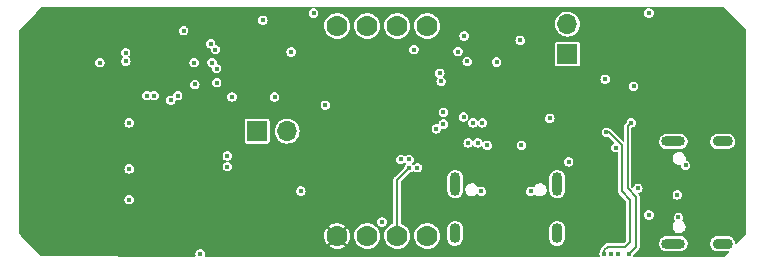
<source format=gbr>
%TF.GenerationSoftware,KiCad,Pcbnew,(6.0.5)*%
%TF.CreationDate,2022-11-18T19:02:11-05:00*%
%TF.ProjectId,SimpleMelt-Hardware,53696d70-6c65-44d6-956c-742d48617264,rev?*%
%TF.SameCoordinates,Original*%
%TF.FileFunction,Copper,L2,Inr*%
%TF.FilePolarity,Positive*%
%FSLAX46Y46*%
G04 Gerber Fmt 4.6, Leading zero omitted, Abs format (unit mm)*
G04 Created by KiCad (PCBNEW (6.0.5)) date 2022-11-18 19:02:11*
%MOMM*%
%LPD*%
G01*
G04 APERTURE LIST*
%TA.AperFunction,ComponentPad*%
%ADD10R,1.700000X1.700000*%
%TD*%
%TA.AperFunction,ComponentPad*%
%ADD11O,1.700000X1.700000*%
%TD*%
%TA.AperFunction,ComponentPad*%
%ADD12O,2.000000X0.900000*%
%TD*%
%TA.AperFunction,ComponentPad*%
%ADD13O,1.700000X0.900000*%
%TD*%
%TA.AperFunction,ComponentPad*%
%ADD14C,1.778000*%
%TD*%
%TA.AperFunction,ComponentPad*%
%ADD15O,0.900000X2.000000*%
%TD*%
%TA.AperFunction,ComponentPad*%
%ADD16O,0.900000X1.700000*%
%TD*%
%TA.AperFunction,ViaPad*%
%ADD17C,0.400000*%
%TD*%
%TA.AperFunction,Conductor*%
%ADD18C,0.203200*%
%TD*%
G04 APERTURE END LIST*
D10*
%TO.N,E_RXD*%
%TO.C,J2*%
X15700000Y6525000D03*
D11*
%TO.N,E_TXD*%
X15700000Y9065000D03*
%TD*%
D12*
%TO.N,unconnected-(U51-PadS1)*%
%TO.C,U51*%
X24670000Y-9520000D03*
X24670000Y-880000D03*
D13*
X28840000Y-9520000D03*
X28840000Y-880000D03*
%TD*%
D14*
%TO.N,A2_CS*%
%TO.C,U30*%
X3810000Y8890000D03*
%TO.N,P_MISO*%
X1270000Y8890000D03*
%TO.N,unconnected-(U30-Pad3)*%
X-1270000Y8890000D03*
%TO.N,unconnected-(U30-Pad4)*%
X-3810000Y8890000D03*
%TO.N,GND*%
X-3810000Y-8890000D03*
%TO.N,+3V3*%
X-1270000Y-8890000D03*
%TO.N,P_MOSI*%
X1270000Y-8890000D03*
%TO.N,P_SCK*%
X3810000Y-8890000D03*
%TD*%
D15*
%TO.N,unconnected-(U52-PadS1)*%
%TO.C,U52*%
X6180000Y-4495000D03*
D16*
X14820000Y-8665000D03*
X6180000Y-8665000D03*
D15*
X14820000Y-4495000D03*
%TD*%
D10*
%TO.N,X_RX*%
%TO.C,J1*%
X-10575000Y0D03*
D11*
%TO.N,X_TX*%
X-8035000Y0D03*
%TD*%
D17*
%TO.N,GND*%
X-12300000Y7500000D03*
X20100000Y6100000D03*
X5200000Y8500000D03*
X19000000Y-1400000D03*
X-17700000Y4700000D03*
X18400000Y-8100000D03*
X-19600000Y4700000D03*
X21400000Y-1400000D03*
X-18500000Y1200000D03*
X26900000Y4200000D03*
X-22800000Y-10100000D03*
X-9500000Y4700000D03*
X9550000Y3300000D03*
X10850000Y1950000D03*
X-5200000Y6900000D03*
X-7300000Y5600000D03*
X2700000Y6100000D03*
X5200000Y10100000D03*
X-10800000Y6100000D03*
X-7600000Y9500000D03*
X5500000Y-6900000D03*
X-27000000Y10300000D03*
X10850000Y4650000D03*
X-12300000Y4700000D03*
X13800000Y-3000000D03*
X14200000Y-200000D03*
X8150000Y4650000D03*
X-26900000Y-4000000D03*
X-17400000Y-3200000D03*
X2700000Y2100000D03*
X-5420000Y3680000D03*
X20400000Y-8100000D03*
X-24300000Y3000000D03*
X2875000Y-5925000D03*
X-14200000Y-9200000D03*
X2700000Y5300000D03*
X20400000Y-6100000D03*
X23200000Y-8500000D03*
X-26900000Y-5000000D03*
X-16700000Y9200000D03*
X13800000Y7900000D03*
X26900000Y6200000D03*
X-17700000Y6600000D03*
X-26900000Y1500000D03*
X-29100000Y9700000D03*
X4100000Y-4100000D03*
X12900000Y-2500000D03*
X14200000Y2500000D03*
X-25000000Y10300000D03*
X9400000Y9900000D03*
X15800000Y-300000D03*
X-18587500Y5612500D03*
X-1500000Y-6950000D03*
X8400000Y8600000D03*
X-12600000Y-6600000D03*
X-15800000Y1200000D03*
X-8500000Y-8700000D03*
X-9500000Y7500000D03*
X2700000Y2900000D03*
X18400000Y9100000D03*
X-10600000Y10200000D03*
X-15000000Y5100000D03*
X-21800000Y4400000D03*
X-3250000Y-4400000D03*
X8000000Y-2600000D03*
X19400000Y-7100000D03*
X23200000Y-1900000D03*
X18400000Y-6100000D03*
X26700000Y2200000D03*
X-26900000Y3500000D03*
X-13100000Y-1200000D03*
X-19600000Y6600000D03*
X8150000Y1950000D03*
%TO.N,+3V3*%
X4900000Y4900000D03*
X-6875000Y-5075000D03*
X-23900000Y5800000D03*
X-12700000Y2900000D03*
X0Y-7700000D03*
X-4800000Y2200000D03*
X-17880000Y2620000D03*
X6950000Y8050000D03*
X-5800000Y10000000D03*
X11800000Y-1200000D03*
X2700000Y6900000D03*
X8900000Y-1200000D03*
X11700000Y7700000D03*
X22600000Y10000000D03*
X-15850000Y3950000D03*
X-10100000Y9400000D03*
X-14100000Y6900000D03*
X19800000Y-1400000D03*
X15800000Y-2600000D03*
X-7700000Y6700000D03*
X14200000Y1100000D03*
%TO.N,E_EN*%
X18900000Y4400000D03*
X6437500Y6737500D03*
%TO.N,E_IO0*%
X21300000Y3800000D03*
X5000000Y4200000D03*
%TO.N,VCC*%
X-21400000Y-5800000D03*
X-21400000Y-3200000D03*
X-21400000Y700000D03*
%TO.N,VBUS*%
X12600000Y-5100000D03*
X21650000Y-4850000D03*
X25700000Y-2900000D03*
X8400000Y-5100000D03*
X25100000Y-7300000D03*
X-15400000Y-10400000D03*
%TO.N,Net-(C70-Pad1)*%
X-21700000Y6650000D03*
X-17300000Y3000000D03*
%TO.N,X_TX*%
X5200000Y1600000D03*
%TO.N,X_RX*%
X6900000Y1200000D03*
%TO.N,E_TXD*%
X20000000Y-10400000D03*
%TO.N,E_RXD*%
X19400000Y-10400000D03*
X9700000Y5850000D03*
%TO.N,P_MOSI*%
X2300000Y-3100000D03*
X8100000Y-1000000D03*
%TO.N,P_MISO*%
X8500000Y700000D03*
X2300000Y-2400000D03*
%TO.N,P_SCK*%
X7300000Y-1000000D03*
X3000000Y-3100000D03*
%TO.N,CP_RTS*%
X19000000Y-100000D03*
X18800000Y-10400000D03*
%TO.N,CP_DTR*%
X21100000Y700000D03*
X20900000Y-10400000D03*
%TO.N,LED_1*%
X-13100000Y-3000000D03*
X4600000Y200000D03*
%TO.N,LED_2*%
X-13100000Y-2100000D03*
X5200000Y600000D03*
%TO.N,GPIO2*%
X-21695000Y5905000D03*
X-14000000Y5300000D03*
%TO.N,GPIO15*%
X-14400000Y5800000D03*
X-16800000Y8500000D03*
%TO.N,A2_CS*%
X7200000Y5900000D03*
%TO.N,Net-(U50-Pad4)*%
X25000000Y-5400000D03*
X22600000Y-7100000D03*
%TO.N,GPIO12*%
X-15900000Y5800000D03*
X-14500000Y7400000D03*
%TO.N,GPIO4*%
X-19300000Y3000000D03*
X-14000000Y4100000D03*
%TO.N,GPIO5*%
X-19900000Y3000000D03*
X-9100000Y2900000D03*
%TO.N,A1_CS*%
X7700000Y700000D03*
X1600000Y-2400000D03*
%TD*%
D18*
%TO.N,P_MOSI*%
X1270000Y-4130000D02*
X2300000Y-3100000D01*
X1270000Y-8890000D02*
X1270000Y-4130000D01*
%TO.N,CP_RTS*%
X19100000Y-9800000D02*
X20600000Y-9800000D01*
X21000000Y-5800000D02*
X20300000Y-5100000D01*
X21000000Y-9400000D02*
X21000000Y-5800000D01*
X20600000Y-9800000D02*
X21000000Y-9400000D01*
X18800000Y-10100000D02*
X19100000Y-9800000D01*
X20300000Y-5100000D02*
X20300000Y-1200000D01*
X19200000Y-100000D02*
X19000000Y-100000D01*
X18800000Y-10400000D02*
X18800000Y-10100000D01*
X20300000Y-1200000D02*
X19200000Y-100000D01*
%TO.N,CP_DTR*%
X20900000Y-10400000D02*
X21500000Y-9800000D01*
X20800000Y400000D02*
X21100000Y700000D01*
X21500000Y-5550000D02*
X20800000Y-4850000D01*
X21500000Y-9800000D02*
X21500000Y-5550000D01*
X20800000Y-4850000D02*
X20800000Y400000D01*
%TD*%
%TA.AperFunction,Conductor*%
%TO.N,GND*%
G36*
X-5801102Y10487918D02*
G01*
X-5799739Y10490142D01*
X-5770937Y10499500D01*
X22570937Y10499500D01*
X22598898Y10487918D01*
X22600261Y10490142D01*
X22629063Y10499500D01*
X28896654Y10499500D01*
X28931302Y10485148D01*
X30785148Y8631302D01*
X30799500Y8596654D01*
X30799500Y-8700200D01*
X30785983Y-8733993D01*
X29980989Y-9579237D01*
X29978154Y-9582214D01*
X29943866Y-9597406D01*
X29908878Y-9583904D01*
X29893768Y-9551498D01*
X29887406Y-9450393D01*
X29884056Y-9397140D01*
X29877839Y-9378004D01*
X29834220Y-9243758D01*
X29834219Y-9243756D01*
X29833268Y-9240829D01*
X29745202Y-9102060D01*
X29625393Y-8989552D01*
X29572956Y-8960724D01*
X29520614Y-8931949D01*
X29481368Y-8910373D01*
X29386686Y-8886063D01*
X29325162Y-8870266D01*
X29325159Y-8870266D01*
X29322177Y-8869500D01*
X28399075Y-8869500D01*
X28293601Y-8882825D01*
X28279997Y-8884543D01*
X28276942Y-8884929D01*
X28124129Y-8945432D01*
X27991163Y-9042037D01*
X27886400Y-9168674D01*
X27885089Y-9171461D01*
X27817731Y-9314602D01*
X27817730Y-9314606D01*
X27816421Y-9317387D01*
X27815844Y-9320412D01*
X27791049Y-9450393D01*
X27785624Y-9478830D01*
X27795944Y-9642860D01*
X27796894Y-9645785D01*
X27796895Y-9645788D01*
X27844672Y-9792832D01*
X27846732Y-9799171D01*
X27869798Y-9835517D01*
X27930465Y-9931112D01*
X27934798Y-9937940D01*
X27937045Y-9940050D01*
X28047118Y-10043415D01*
X28054607Y-10050448D01*
X28057305Y-10051931D01*
X28057306Y-10051932D01*
X28080136Y-10064483D01*
X28198632Y-10129627D01*
X28262822Y-10146108D01*
X28354838Y-10169734D01*
X28354841Y-10169734D01*
X28357823Y-10170500D01*
X29280925Y-10170500D01*
X29282435Y-10170309D01*
X29282439Y-10170309D01*
X29289317Y-10169440D01*
X29300079Y-10168080D01*
X29336252Y-10177976D01*
X29354834Y-10210552D01*
X29344938Y-10246726D01*
X29341703Y-10250487D01*
X28928730Y-10684109D01*
X28893163Y-10699316D01*
X23670966Y-10690296D01*
X21283555Y-10686173D01*
X21248932Y-10671761D01*
X21234640Y-10637088D01*
X21239981Y-10614928D01*
X21283895Y-10528741D01*
X21283897Y-10528736D01*
X21285646Y-10525304D01*
X21298910Y-10441557D01*
X21312659Y-10414574D01*
X21674061Y-10053172D01*
X21679277Y-10048669D01*
X21683240Y-10046732D01*
X21715472Y-10011986D01*
X21717734Y-10009547D01*
X21719010Y-10008223D01*
X21733484Y-9993749D01*
X21734756Y-9991895D01*
X21735642Y-9990829D01*
X21739040Y-9986579D01*
X21756701Y-9967540D01*
X21759777Y-9964224D01*
X21766150Y-9948250D01*
X21771256Y-9938688D01*
X21776453Y-9931112D01*
X21780980Y-9924513D01*
X21783611Y-9913429D01*
X21788018Y-9894857D01*
X21790182Y-9888014D01*
X21800200Y-9862905D01*
X21800201Y-9862901D01*
X21801480Y-9859695D01*
X21802100Y-9853372D01*
X21802100Y-9841252D01*
X21803424Y-9829938D01*
X21805921Y-9819417D01*
X21805921Y-9819416D01*
X21806966Y-9815013D01*
X21802548Y-9782550D01*
X21802100Y-9775942D01*
X21802100Y-9478830D01*
X23465624Y-9478830D01*
X23475944Y-9642860D01*
X23476894Y-9645785D01*
X23476895Y-9645788D01*
X23524672Y-9792832D01*
X23526732Y-9799171D01*
X23549798Y-9835517D01*
X23610465Y-9931112D01*
X23614798Y-9937940D01*
X23617045Y-9940050D01*
X23727118Y-10043415D01*
X23734607Y-10050448D01*
X23737305Y-10051931D01*
X23737306Y-10051932D01*
X23760136Y-10064483D01*
X23878632Y-10129627D01*
X23942822Y-10146108D01*
X24034838Y-10169734D01*
X24034841Y-10169734D01*
X24037823Y-10170500D01*
X25260925Y-10170500D01*
X25366399Y-10157175D01*
X25380003Y-10155457D01*
X25383058Y-10155071D01*
X25535871Y-10094568D01*
X25668837Y-9997963D01*
X25671005Y-9995343D01*
X25746030Y-9904652D01*
X25773600Y-9871326D01*
X25808932Y-9796242D01*
X25842269Y-9725398D01*
X25842270Y-9725394D01*
X25843579Y-9722613D01*
X25855854Y-9658268D01*
X25873799Y-9564196D01*
X25873799Y-9564194D01*
X25874376Y-9561170D01*
X25864056Y-9397140D01*
X25857839Y-9378004D01*
X25814220Y-9243758D01*
X25814219Y-9243756D01*
X25813268Y-9240829D01*
X25725202Y-9102060D01*
X25605393Y-8989552D01*
X25552956Y-8960724D01*
X25500614Y-8931949D01*
X25461368Y-8910373D01*
X25366686Y-8886063D01*
X25305162Y-8870266D01*
X25305159Y-8870266D01*
X25302177Y-8869500D01*
X24079075Y-8869500D01*
X23973601Y-8882825D01*
X23959997Y-8884543D01*
X23956942Y-8884929D01*
X23804129Y-8945432D01*
X23671163Y-9042037D01*
X23566400Y-9168674D01*
X23565089Y-9171461D01*
X23497731Y-9314602D01*
X23497730Y-9314606D01*
X23496421Y-9317387D01*
X23495844Y-9320412D01*
X23471049Y-9450393D01*
X23465624Y-9478830D01*
X21802100Y-9478830D01*
X21802100Y-8124891D01*
X24595420Y-8124891D01*
X24596080Y-8128164D01*
X24596080Y-8128165D01*
X24615420Y-8224075D01*
X24625233Y-8272743D01*
X24626749Y-8275719D01*
X24626750Y-8275721D01*
X24692188Y-8404152D01*
X24692190Y-8404155D01*
X24693707Y-8407132D01*
X24795799Y-8518156D01*
X24923986Y-8597635D01*
X24927189Y-8598566D01*
X24927190Y-8598566D01*
X25066353Y-8638997D01*
X25066355Y-8638997D01*
X25068825Y-8639715D01*
X25071389Y-8639903D01*
X25071393Y-8639904D01*
X25075122Y-8640177D01*
X25079515Y-8640500D01*
X25187785Y-8640500D01*
X25189432Y-8640274D01*
X25189438Y-8640274D01*
X25243733Y-8632836D01*
X25299432Y-8625206D01*
X25302499Y-8623879D01*
X25434789Y-8566632D01*
X25434790Y-8566631D01*
X25437855Y-8565305D01*
X25555070Y-8470386D01*
X25642442Y-8347442D01*
X25652209Y-8320315D01*
X25692402Y-8208674D01*
X25692402Y-8208673D01*
X25693533Y-8205532D01*
X25693894Y-8200628D01*
X25702466Y-8083896D01*
X25704580Y-8055109D01*
X25702693Y-8045751D01*
X25675428Y-7910533D01*
X25675427Y-7910530D01*
X25674767Y-7907257D01*
X25673119Y-7904022D01*
X25607812Y-7775848D01*
X25607810Y-7775845D01*
X25606293Y-7772868D01*
X25594275Y-7759798D01*
X25539287Y-7700000D01*
X25504201Y-7661844D01*
X25470331Y-7640844D01*
X25433503Y-7618009D01*
X25411619Y-7587553D01*
X25417679Y-7550543D01*
X25424676Y-7541716D01*
X25428050Y-7538342D01*
X25485646Y-7425304D01*
X25505492Y-7300000D01*
X25494205Y-7228738D01*
X25486249Y-7178502D01*
X25486249Y-7178501D01*
X25485646Y-7174696D01*
X25428050Y-7061658D01*
X25338342Y-6971950D01*
X25334909Y-6970201D01*
X25334908Y-6970200D01*
X25281823Y-6943152D01*
X25225304Y-6914354D01*
X25221499Y-6913751D01*
X25221498Y-6913751D01*
X25103807Y-6895111D01*
X25100000Y-6894508D01*
X25096193Y-6895111D01*
X24978502Y-6913751D01*
X24978501Y-6913751D01*
X24974696Y-6914354D01*
X24918177Y-6943152D01*
X24865092Y-6970200D01*
X24865091Y-6970201D01*
X24861658Y-6971950D01*
X24771950Y-7061658D01*
X24714354Y-7174696D01*
X24713751Y-7178501D01*
X24713751Y-7178502D01*
X24705795Y-7228738D01*
X24694508Y-7300000D01*
X24714354Y-7425304D01*
X24771950Y-7538342D01*
X24816016Y-7582408D01*
X24830368Y-7617056D01*
X24816016Y-7651704D01*
X24812205Y-7655136D01*
X24744930Y-7709614D01*
X24657558Y-7832558D01*
X24656427Y-7835698D01*
X24656426Y-7835701D01*
X24614557Y-7951996D01*
X24606467Y-7974468D01*
X24606223Y-7977796D01*
X24606222Y-7977799D01*
X24603039Y-8021140D01*
X24595420Y-8124891D01*
X21802100Y-8124891D01*
X21802100Y-7100000D01*
X22194508Y-7100000D01*
X22195111Y-7103807D01*
X22206339Y-7174696D01*
X22214354Y-7225304D01*
X22271950Y-7338342D01*
X22361658Y-7428050D01*
X22365091Y-7429799D01*
X22365092Y-7429800D01*
X22418177Y-7456848D01*
X22474696Y-7485646D01*
X22478501Y-7486249D01*
X22478502Y-7486249D01*
X22596193Y-7504889D01*
X22600000Y-7505492D01*
X22603807Y-7504889D01*
X22721498Y-7486249D01*
X22721499Y-7486249D01*
X22725304Y-7485646D01*
X22781823Y-7456848D01*
X22834908Y-7429800D01*
X22834909Y-7429799D01*
X22838342Y-7428050D01*
X22928050Y-7338342D01*
X22985646Y-7225304D01*
X22993662Y-7174696D01*
X23004889Y-7103807D01*
X23005492Y-7100000D01*
X22985646Y-6974696D01*
X22928050Y-6861658D01*
X22838342Y-6771950D01*
X22834909Y-6770201D01*
X22834908Y-6770200D01*
X22781823Y-6743152D01*
X22725304Y-6714354D01*
X22721499Y-6713751D01*
X22721498Y-6713751D01*
X22603807Y-6695111D01*
X22600000Y-6694508D01*
X22596193Y-6695111D01*
X22478502Y-6713751D01*
X22478501Y-6713751D01*
X22474696Y-6714354D01*
X22418177Y-6743152D01*
X22365092Y-6770200D01*
X22365091Y-6770201D01*
X22361658Y-6771950D01*
X22271950Y-6861658D01*
X22214354Y-6974696D01*
X22194508Y-7100000D01*
X21802100Y-7100000D01*
X21802100Y-5605934D01*
X21802605Y-5599063D01*
X21804036Y-5594895D01*
X21802134Y-5544230D01*
X21802100Y-5542393D01*
X21802100Y-5521903D01*
X21801686Y-5519678D01*
X21801560Y-5518317D01*
X21800958Y-5512897D01*
X21799984Y-5486958D01*
X21799814Y-5482433D01*
X21798029Y-5478278D01*
X21798027Y-5478270D01*
X21793026Y-5466632D01*
X21789874Y-5456260D01*
X21787555Y-5443807D01*
X21786727Y-5439361D01*
X21770731Y-5413410D01*
X21767426Y-5407048D01*
X21764398Y-5400000D01*
X24594508Y-5400000D01*
X24595111Y-5403807D01*
X24611753Y-5508879D01*
X24614354Y-5525304D01*
X24632877Y-5561658D01*
X24649813Y-5594895D01*
X24671950Y-5638342D01*
X24761658Y-5728050D01*
X24765091Y-5729799D01*
X24765092Y-5729800D01*
X24818177Y-5756848D01*
X24874696Y-5785646D01*
X24878501Y-5786249D01*
X24878502Y-5786249D01*
X24996193Y-5804889D01*
X25000000Y-5805492D01*
X25003807Y-5804889D01*
X25121498Y-5786249D01*
X25121499Y-5786249D01*
X25125304Y-5785646D01*
X25181823Y-5756848D01*
X25234908Y-5729800D01*
X25234909Y-5729799D01*
X25238342Y-5728050D01*
X25328050Y-5638342D01*
X25350188Y-5594895D01*
X25367123Y-5561658D01*
X25385646Y-5525304D01*
X25388248Y-5508879D01*
X25404889Y-5403807D01*
X25405492Y-5400000D01*
X25395731Y-5338368D01*
X25386249Y-5278502D01*
X25386249Y-5278501D01*
X25385646Y-5274696D01*
X25350740Y-5206190D01*
X25329800Y-5165092D01*
X25329799Y-5165091D01*
X25328050Y-5161658D01*
X25238342Y-5071950D01*
X25234909Y-5070201D01*
X25234908Y-5070200D01*
X25181823Y-5043152D01*
X25125304Y-5014354D01*
X25121499Y-5013751D01*
X25121498Y-5013751D01*
X25003807Y-4995111D01*
X25000000Y-4994508D01*
X24996193Y-4995111D01*
X24878502Y-5013751D01*
X24878501Y-5013751D01*
X24874696Y-5014354D01*
X24818177Y-5043152D01*
X24765092Y-5070200D01*
X24765091Y-5070201D01*
X24761658Y-5071950D01*
X24671950Y-5161658D01*
X24670201Y-5165091D01*
X24670200Y-5165092D01*
X24649260Y-5206190D01*
X24614354Y-5274696D01*
X24613751Y-5278501D01*
X24613751Y-5278502D01*
X24604269Y-5338368D01*
X24594508Y-5400000D01*
X21764398Y-5400000D01*
X21756755Y-5382211D01*
X21756754Y-5382210D01*
X21755389Y-5379032D01*
X21751356Y-5374122D01*
X21742789Y-5365555D01*
X21735725Y-5356619D01*
X21730048Y-5347410D01*
X21727674Y-5343558D01*
X21720815Y-5338342D01*
X21709770Y-5329943D01*
X21690877Y-5297547D01*
X21700425Y-5261280D01*
X21731764Y-5242542D01*
X21771498Y-5236249D01*
X21771499Y-5236249D01*
X21775304Y-5235646D01*
X21857551Y-5193739D01*
X21884908Y-5179800D01*
X21884909Y-5179799D01*
X21888342Y-5178050D01*
X21978050Y-5088342D01*
X21982909Y-5078807D01*
X22033896Y-4978738D01*
X22035646Y-4975304D01*
X22055492Y-4850000D01*
X22042459Y-4767710D01*
X22036249Y-4728502D01*
X22036249Y-4728501D01*
X22035646Y-4724696D01*
X21978050Y-4611658D01*
X21888342Y-4521950D01*
X21884909Y-4520201D01*
X21884908Y-4520200D01*
X21831823Y-4493152D01*
X21775304Y-4464354D01*
X21771499Y-4463751D01*
X21771498Y-4463751D01*
X21653807Y-4445111D01*
X21650000Y-4444508D01*
X21646193Y-4445111D01*
X21528502Y-4463751D01*
X21528501Y-4463751D01*
X21524696Y-4464354D01*
X21468177Y-4493152D01*
X21415092Y-4520200D01*
X21415091Y-4520201D01*
X21411658Y-4521950D01*
X21321950Y-4611658D01*
X21264354Y-4724696D01*
X21263751Y-4728501D01*
X21263751Y-4728502D01*
X21257190Y-4769928D01*
X21237595Y-4801905D01*
X21201128Y-4810660D01*
X21174145Y-4796911D01*
X21116452Y-4739218D01*
X21102100Y-4704570D01*
X21102100Y-2344891D01*
X24595420Y-2344891D01*
X24596080Y-2348164D01*
X24596080Y-2348165D01*
X24623924Y-2486249D01*
X24625233Y-2492743D01*
X24626749Y-2495719D01*
X24626750Y-2495721D01*
X24692188Y-2624152D01*
X24692190Y-2624155D01*
X24693707Y-2627132D01*
X24795799Y-2738156D01*
X24798636Y-2739915D01*
X24917722Y-2813751D01*
X24923986Y-2817635D01*
X24927189Y-2818566D01*
X24927190Y-2818566D01*
X25066353Y-2858997D01*
X25066355Y-2858997D01*
X25068825Y-2859715D01*
X25071389Y-2859903D01*
X25071393Y-2859904D01*
X25075122Y-2860177D01*
X25079515Y-2860500D01*
X25187785Y-2860500D01*
X25189432Y-2860274D01*
X25189438Y-2860274D01*
X25226889Y-2855143D01*
X25239461Y-2853421D01*
X25275736Y-2862938D01*
X25294658Y-2895318D01*
X25294836Y-2897930D01*
X25294508Y-2900000D01*
X25295111Y-2903807D01*
X25311121Y-3004889D01*
X25314354Y-3025304D01*
X25316104Y-3028738D01*
X25363368Y-3121498D01*
X25371950Y-3138342D01*
X25461658Y-3228050D01*
X25465091Y-3229799D01*
X25465092Y-3229800D01*
X25481857Y-3238342D01*
X25574696Y-3285646D01*
X25578501Y-3286249D01*
X25578502Y-3286249D01*
X25696193Y-3304889D01*
X25700000Y-3305492D01*
X25703807Y-3304889D01*
X25821498Y-3286249D01*
X25821499Y-3286249D01*
X25825304Y-3285646D01*
X25918143Y-3238342D01*
X25934908Y-3229800D01*
X25934909Y-3229799D01*
X25938342Y-3228050D01*
X26028050Y-3138342D01*
X26036633Y-3121498D01*
X26083896Y-3028738D01*
X26085646Y-3025304D01*
X26088880Y-3004889D01*
X26104889Y-2903807D01*
X26105492Y-2900000D01*
X26099200Y-2860274D01*
X26086249Y-2778502D01*
X26086249Y-2778501D01*
X26085646Y-2774696D01*
X26033294Y-2671950D01*
X26029800Y-2665092D01*
X26029799Y-2665091D01*
X26028050Y-2661658D01*
X25938342Y-2571950D01*
X25934909Y-2570201D01*
X25934908Y-2570200D01*
X25846794Y-2525304D01*
X25825304Y-2514354D01*
X25821499Y-2513751D01*
X25821498Y-2513751D01*
X25786468Y-2508203D01*
X25728889Y-2499084D01*
X25696913Y-2479489D01*
X25688158Y-2443022D01*
X25690450Y-2434096D01*
X25693533Y-2425532D01*
X25695129Y-2403807D01*
X25704335Y-2278441D01*
X25704580Y-2275109D01*
X25695230Y-2228738D01*
X25675428Y-2130533D01*
X25675427Y-2130530D01*
X25674767Y-2127257D01*
X25660879Y-2100000D01*
X25607812Y-1995848D01*
X25607810Y-1995845D01*
X25606293Y-1992868D01*
X25504201Y-1881844D01*
X25382470Y-1806368D01*
X25378848Y-1804122D01*
X25378847Y-1804122D01*
X25376014Y-1802365D01*
X25320543Y-1786249D01*
X25233647Y-1761003D01*
X25233645Y-1761003D01*
X25231175Y-1760285D01*
X25228611Y-1760097D01*
X25228607Y-1760096D01*
X25224878Y-1759823D01*
X25220485Y-1759500D01*
X25112215Y-1759500D01*
X25110568Y-1759726D01*
X25110562Y-1759726D01*
X25056267Y-1767164D01*
X25000568Y-1774794D01*
X24997502Y-1776121D01*
X24997501Y-1776121D01*
X24865211Y-1833368D01*
X24865210Y-1833369D01*
X24862145Y-1834695D01*
X24859550Y-1836796D01*
X24859549Y-1836797D01*
X24824608Y-1865092D01*
X24744930Y-1929614D01*
X24657558Y-2052558D01*
X24656427Y-2055698D01*
X24656426Y-2055701D01*
X24629485Y-2130533D01*
X24606467Y-2194468D01*
X24606223Y-2197796D01*
X24606222Y-2197799D01*
X24604878Y-2216104D01*
X24595420Y-2344891D01*
X21102100Y-2344891D01*
X21102100Y-838830D01*
X23465624Y-838830D01*
X23475944Y-1002860D01*
X23476894Y-1005785D01*
X23476895Y-1005788D01*
X23525780Y-1156242D01*
X23526732Y-1159171D01*
X23528383Y-1161772D01*
X23597868Y-1271262D01*
X23614798Y-1297940D01*
X23657360Y-1337909D01*
X23708196Y-1385646D01*
X23734607Y-1410448D01*
X23878632Y-1489627D01*
X23955629Y-1509396D01*
X24034838Y-1529734D01*
X24034841Y-1529734D01*
X24037823Y-1530500D01*
X25260925Y-1530500D01*
X25366399Y-1517175D01*
X25380003Y-1515457D01*
X25383058Y-1515071D01*
X25535871Y-1454568D01*
X25668837Y-1357963D01*
X25773600Y-1231326D01*
X25825281Y-1121498D01*
X25842269Y-1085398D01*
X25842270Y-1085394D01*
X25843579Y-1082613D01*
X25849795Y-1050029D01*
X25873799Y-924196D01*
X25873799Y-924194D01*
X25874376Y-921170D01*
X25869196Y-838830D01*
X27785624Y-838830D01*
X27795944Y-1002860D01*
X27796894Y-1005785D01*
X27796895Y-1005788D01*
X27845780Y-1156242D01*
X27846732Y-1159171D01*
X27848383Y-1161772D01*
X27917868Y-1271262D01*
X27934798Y-1297940D01*
X27977360Y-1337909D01*
X28028196Y-1385646D01*
X28054607Y-1410448D01*
X28198632Y-1489627D01*
X28275629Y-1509396D01*
X28354838Y-1529734D01*
X28354841Y-1529734D01*
X28357823Y-1530500D01*
X29280925Y-1530500D01*
X29386399Y-1517175D01*
X29400003Y-1515457D01*
X29403058Y-1515071D01*
X29555871Y-1454568D01*
X29688837Y-1357963D01*
X29793600Y-1231326D01*
X29845281Y-1121498D01*
X29862269Y-1085398D01*
X29862270Y-1085394D01*
X29863579Y-1082613D01*
X29869795Y-1050029D01*
X29893799Y-924196D01*
X29893799Y-924194D01*
X29894376Y-921170D01*
X29884056Y-757140D01*
X29876806Y-734825D01*
X29834220Y-603758D01*
X29834219Y-603756D01*
X29833268Y-600829D01*
X29768189Y-498281D01*
X29746853Y-464661D01*
X29746852Y-464659D01*
X29745202Y-462060D01*
X29625393Y-349552D01*
X29605003Y-338342D01*
X29484067Y-271857D01*
X29481368Y-270373D01*
X29386686Y-246063D01*
X29325162Y-230266D01*
X29325159Y-230266D01*
X29322177Y-229500D01*
X28399075Y-229500D01*
X28293601Y-242825D01*
X28279997Y-244543D01*
X28276942Y-244929D01*
X28124129Y-305432D01*
X27991163Y-402037D01*
X27989199Y-404411D01*
X27966847Y-431430D01*
X27886400Y-528674D01*
X27885089Y-531461D01*
X27817731Y-674602D01*
X27817730Y-674606D01*
X27816421Y-677387D01*
X27815844Y-680412D01*
X27789754Y-817182D01*
X27785624Y-838830D01*
X25869196Y-838830D01*
X25864056Y-757140D01*
X25856806Y-734825D01*
X25814220Y-603758D01*
X25814219Y-603756D01*
X25813268Y-600829D01*
X25748189Y-498281D01*
X25726853Y-464661D01*
X25726852Y-464659D01*
X25725202Y-462060D01*
X25605393Y-349552D01*
X25585003Y-338342D01*
X25464067Y-271857D01*
X25461368Y-270373D01*
X25366686Y-246063D01*
X25305162Y-230266D01*
X25305159Y-230266D01*
X25302177Y-229500D01*
X24079075Y-229500D01*
X23973601Y-242825D01*
X23959997Y-244543D01*
X23956942Y-244929D01*
X23804129Y-305432D01*
X23671163Y-402037D01*
X23669199Y-404411D01*
X23646847Y-431430D01*
X23566400Y-528674D01*
X23565089Y-531461D01*
X23497731Y-674602D01*
X23497730Y-674606D01*
X23496421Y-677387D01*
X23495844Y-680412D01*
X23469754Y-817182D01*
X23465624Y-838830D01*
X21102100Y-838830D01*
X21102100Y252991D01*
X21116452Y287639D01*
X21143434Y301388D01*
X21184177Y307840D01*
X21221498Y313751D01*
X21221499Y313751D01*
X21225304Y314354D01*
X21318143Y361658D01*
X21334908Y370200D01*
X21334909Y370201D01*
X21338342Y371950D01*
X21428050Y461658D01*
X21436633Y478502D01*
X21462770Y529800D01*
X21485646Y574696D01*
X21486482Y579971D01*
X21504889Y696193D01*
X21505492Y700000D01*
X21496910Y754185D01*
X21486249Y821498D01*
X21486249Y821499D01*
X21485646Y825304D01*
X21455545Y884381D01*
X21429800Y934908D01*
X21429799Y934909D01*
X21428050Y938342D01*
X21338342Y1028050D01*
X21334909Y1029799D01*
X21334908Y1029800D01*
X21246794Y1074696D01*
X21225304Y1085646D01*
X21221499Y1086249D01*
X21221498Y1086249D01*
X21103807Y1104889D01*
X21100000Y1105492D01*
X21096193Y1104889D01*
X20978502Y1086249D01*
X20978501Y1086249D01*
X20974696Y1085646D01*
X20953206Y1074696D01*
X20865092Y1029800D01*
X20865091Y1029799D01*
X20861658Y1028050D01*
X20771950Y938342D01*
X20770201Y934909D01*
X20770200Y934908D01*
X20744455Y884381D01*
X20714354Y825304D01*
X20713751Y821499D01*
X20713751Y821498D01*
X20701090Y741558D01*
X20687341Y714575D01*
X20625935Y653169D01*
X20620722Y648668D01*
X20616760Y646732D01*
X20613683Y643415D01*
X20582279Y609561D01*
X20581003Y608237D01*
X20566515Y593749D01*
X20565236Y591885D01*
X20564359Y590829D01*
X20560960Y586578D01*
X20540223Y564224D01*
X20538546Y560022D01*
X20538546Y560021D01*
X20533851Y548252D01*
X20528745Y538690D01*
X20522647Y529800D01*
X20519020Y524513D01*
X20517976Y520113D01*
X20517975Y520111D01*
X20511982Y494857D01*
X20509818Y488014D01*
X20499800Y462905D01*
X20499799Y462901D01*
X20498520Y459695D01*
X20497900Y453372D01*
X20497900Y441252D01*
X20496576Y429938D01*
X20493034Y415013D01*
X20497452Y382550D01*
X20497900Y375942D01*
X20497900Y-852370D01*
X20483548Y-887018D01*
X20448900Y-901370D01*
X20414252Y-887018D01*
X19453169Y74065D01*
X19448668Y79278D01*
X19446732Y83240D01*
X19409561Y117721D01*
X19408237Y118997D01*
X19393749Y133485D01*
X19391885Y134764D01*
X19390829Y135641D01*
X19386578Y139040D01*
X19364224Y159777D01*
X19348250Y166150D01*
X19338690Y171255D01*
X19328244Y178421D01*
X19328242Y178422D01*
X19324513Y180980D01*
X19320113Y182024D01*
X19320111Y182025D01*
X19294857Y188018D01*
X19288014Y190182D01*
X19277737Y194282D01*
X19261246Y205146D01*
X19238342Y228050D01*
X19234909Y229799D01*
X19234908Y229800D01*
X19155618Y270200D01*
X19125304Y285646D01*
X19121499Y286249D01*
X19121498Y286249D01*
X19003807Y304889D01*
X19000000Y305492D01*
X18996193Y304889D01*
X18878502Y286249D01*
X18878501Y286249D01*
X18874696Y285646D01*
X18844382Y270200D01*
X18765092Y229800D01*
X18765091Y229799D01*
X18761658Y228050D01*
X18671950Y138342D01*
X18614354Y25304D01*
X18613751Y21499D01*
X18613751Y21498D01*
X18603842Y-41068D01*
X18594508Y-100000D01*
X18595111Y-103807D01*
X18611121Y-204889D01*
X18614354Y-225304D01*
X18671950Y-338342D01*
X18761658Y-428050D01*
X18765091Y-429799D01*
X18765092Y-429800D01*
X18818177Y-456848D01*
X18874696Y-485646D01*
X18878501Y-486249D01*
X18878502Y-486249D01*
X18996193Y-504889D01*
X19000000Y-505492D01*
X19003807Y-504889D01*
X19125304Y-485646D01*
X19125464Y-486656D01*
X19158650Y-489272D01*
X19171047Y-498281D01*
X19635237Y-962471D01*
X19649589Y-997119D01*
X19635237Y-1031767D01*
X19622835Y-1040778D01*
X19594596Y-1055167D01*
X19561658Y-1071950D01*
X19471950Y-1161658D01*
X19414354Y-1274696D01*
X19413751Y-1278501D01*
X19413751Y-1278502D01*
X19406335Y-1325324D01*
X19394508Y-1400000D01*
X19395111Y-1403807D01*
X19412554Y-1513937D01*
X19414354Y-1525304D01*
X19471950Y-1638342D01*
X19561658Y-1728050D01*
X19565091Y-1729799D01*
X19565092Y-1729800D01*
X19602099Y-1748656D01*
X19674696Y-1785646D01*
X19678501Y-1786249D01*
X19678502Y-1786249D01*
X19796193Y-1804889D01*
X19800000Y-1805492D01*
X19803807Y-1804889D01*
X19921498Y-1786249D01*
X19921499Y-1786249D01*
X19925304Y-1785646D01*
X19928738Y-1783896D01*
X19932407Y-1782704D01*
X19932978Y-1784461D01*
X19964038Y-1782014D01*
X19992557Y-1806368D01*
X19997900Y-1828617D01*
X19997900Y-5044062D01*
X19997395Y-5050936D01*
X19995964Y-5055104D01*
X19997792Y-5103807D01*
X19997866Y-5105768D01*
X19997900Y-5107606D01*
X19997900Y-5128097D01*
X19998312Y-5130311D01*
X19998434Y-5131631D01*
X19999042Y-5137101D01*
X20000186Y-5167566D01*
X20001973Y-5171724D01*
X20001973Y-5171726D01*
X20006974Y-5183365D01*
X20010125Y-5193737D01*
X20013273Y-5210639D01*
X20015648Y-5214492D01*
X20029268Y-5236588D01*
X20032577Y-5242958D01*
X20044611Y-5270968D01*
X20046805Y-5273639D01*
X20046806Y-5273641D01*
X20047875Y-5274943D01*
X20047884Y-5274953D01*
X20048643Y-5275877D01*
X20057211Y-5284445D01*
X20064275Y-5293381D01*
X20072326Y-5306442D01*
X20098110Y-5326049D01*
X20098414Y-5326280D01*
X20103402Y-5330636D01*
X20683548Y-5910782D01*
X20697900Y-5945430D01*
X20697900Y-9254570D01*
X20683548Y-9289218D01*
X20489218Y-9483548D01*
X20454570Y-9497900D01*
X19155938Y-9497900D01*
X19149064Y-9497395D01*
X19144896Y-9495964D01*
X19094232Y-9497866D01*
X19092394Y-9497900D01*
X19071903Y-9497900D01*
X19069689Y-9498312D01*
X19068369Y-9498434D01*
X19062899Y-9499042D01*
X19036958Y-9500016D01*
X19036957Y-9500016D01*
X19032434Y-9500186D01*
X19028276Y-9501973D01*
X19028274Y-9501973D01*
X19016635Y-9506974D01*
X19006263Y-9510125D01*
X19001853Y-9510947D01*
X18993810Y-9512444D01*
X18993808Y-9512445D01*
X18989361Y-9513273D01*
X18985508Y-9515648D01*
X18963412Y-9529268D01*
X18957042Y-9532577D01*
X18932209Y-9543246D01*
X18929032Y-9544611D01*
X18926361Y-9546805D01*
X18926359Y-9546806D01*
X18925057Y-9547875D01*
X18925047Y-9547884D01*
X18924123Y-9548643D01*
X18915555Y-9557211D01*
X18906619Y-9564275D01*
X18893558Y-9572326D01*
X18887298Y-9580558D01*
X18873720Y-9598414D01*
X18869364Y-9603402D01*
X18625935Y-9846831D01*
X18620722Y-9851332D01*
X18616760Y-9853268D01*
X18613683Y-9856585D01*
X18582279Y-9890439D01*
X18581003Y-9891763D01*
X18566515Y-9906251D01*
X18565236Y-9908115D01*
X18564359Y-9909171D01*
X18560960Y-9913422D01*
X18540223Y-9935776D01*
X18538546Y-9939978D01*
X18538546Y-9939979D01*
X18533851Y-9951748D01*
X18528745Y-9961310D01*
X18519020Y-9975487D01*
X18517976Y-9979887D01*
X18517975Y-9979889D01*
X18511982Y-10005143D01*
X18509818Y-10011986D01*
X18499800Y-10037095D01*
X18499799Y-10037099D01*
X18498520Y-10040305D01*
X18497900Y-10046628D01*
X18497900Y-10058748D01*
X18496576Y-10070062D01*
X18493034Y-10084987D01*
X18496417Y-10109842D01*
X18486868Y-10146108D01*
X18482512Y-10151096D01*
X18471950Y-10161658D01*
X18470201Y-10165091D01*
X18470200Y-10165092D01*
X18447037Y-10210552D01*
X18414354Y-10274696D01*
X18394508Y-10400000D01*
X18395111Y-10403807D01*
X18398600Y-10425833D01*
X18414354Y-10525304D01*
X18439395Y-10574448D01*
X18457494Y-10609970D01*
X18460437Y-10647358D01*
X18436081Y-10675875D01*
X18413750Y-10681216D01*
X3699978Y-10655803D01*
X-14984528Y-10623533D01*
X-15019151Y-10609121D01*
X-15033443Y-10574448D01*
X-15028103Y-10552288D01*
X-15025778Y-10547725D01*
X-15014354Y-10525304D01*
X-14998599Y-10425833D01*
X-14995111Y-10403807D01*
X-14994508Y-10400000D01*
X-15014354Y-10274696D01*
X-15047037Y-10210552D01*
X-15070200Y-10165092D01*
X-15070201Y-10165091D01*
X-15071950Y-10161658D01*
X-15161658Y-10071950D01*
X-15165091Y-10070201D01*
X-15165092Y-10070200D01*
X-15223765Y-10040305D01*
X-15274696Y-10014354D01*
X-15278501Y-10013751D01*
X-15278502Y-10013751D01*
X-15396193Y-9995111D01*
X-15400000Y-9994508D01*
X-15403807Y-9995111D01*
X-15521498Y-10013751D01*
X-15521499Y-10013751D01*
X-15525304Y-10014354D01*
X-15576235Y-10040305D01*
X-15634908Y-10070200D01*
X-15634909Y-10070201D01*
X-15638342Y-10071950D01*
X-15728050Y-10161658D01*
X-15729799Y-10165091D01*
X-15729800Y-10165092D01*
X-15752963Y-10210552D01*
X-15785646Y-10274696D01*
X-15805492Y-10400000D01*
X-15804889Y-10403807D01*
X-15801400Y-10425833D01*
X-15785646Y-10525304D01*
X-15772629Y-10550851D01*
X-15769686Y-10588239D01*
X-15794042Y-10616756D01*
X-15816371Y-10622097D01*
X-28796562Y-10599678D01*
X-28831125Y-10585326D01*
X-29686681Y-9729770D01*
X-4504414Y-9729770D01*
X-4501421Y-9736863D01*
X-4499877Y-9738367D01*
X-4496397Y-9741186D01*
X-4333720Y-9849884D01*
X-4329787Y-9852019D01*
X-4150027Y-9929249D01*
X-4145768Y-9930633D01*
X-3954942Y-9973814D01*
X-3950507Y-9974397D01*
X-3755009Y-9982078D01*
X-3750538Y-9981844D01*
X-3556908Y-9953769D01*
X-3552567Y-9952727D01*
X-3367289Y-9889834D01*
X-3363207Y-9888016D01*
X-3192503Y-9792417D01*
X-3188814Y-9789882D01*
X-3121364Y-9733783D01*
X-3117890Y-9727181D01*
X-3119534Y-9721887D01*
X-3803107Y-9038314D01*
X-3810000Y-9035459D01*
X-3816893Y-9038314D01*
X-4501631Y-9723052D01*
X-4504414Y-9729770D01*
X-29686681Y-9729770D01*
X-30552837Y-8863613D01*
X-4903143Y-8863613D01*
X-4890347Y-9058849D01*
X-4889647Y-9063263D01*
X-4841488Y-9252891D01*
X-4839992Y-9257115D01*
X-4758085Y-9434787D01*
X-4755841Y-9438672D01*
X-4655566Y-9580558D01*
X-4649256Y-9584540D01*
X-4644997Y-9583576D01*
X-3958314Y-8896893D01*
X-3955459Y-8890000D01*
X-3664541Y-8890000D01*
X-3661686Y-8896893D01*
X-2979342Y-9579237D01*
X-2972449Y-9582092D01*
X-2967326Y-9579970D01*
X-2910118Y-9511186D01*
X-2907583Y-9507497D01*
X-2811984Y-9336793D01*
X-2810166Y-9332711D01*
X-2747273Y-9147433D01*
X-2746231Y-9143092D01*
X-2718041Y-8948668D01*
X-2717796Y-8945792D01*
X-2716373Y-8891453D01*
X-2716468Y-8888551D01*
X-2718967Y-8861358D01*
X-2363793Y-8861358D01*
X-2350697Y-9061166D01*
X-2301408Y-9255241D01*
X-2300472Y-9257271D01*
X-2300470Y-9257277D01*
X-2234574Y-9400215D01*
X-2217577Y-9437084D01*
X-2102012Y-9600605D01*
X-2100404Y-9602171D01*
X-2100401Y-9602175D01*
X-2054661Y-9646732D01*
X-1958582Y-9740328D01*
X-1956720Y-9741572D01*
X-1956719Y-9741573D01*
X-1794621Y-9849884D01*
X-1792092Y-9851574D01*
X-1608117Y-9930616D01*
X-1605925Y-9931112D01*
X-1415008Y-9974312D01*
X-1415002Y-9974313D01*
X-1412818Y-9974807D01*
X-1328599Y-9978116D01*
X-1214983Y-9982580D01*
X-1214980Y-9982580D01*
X-1212736Y-9982668D01*
X-1210517Y-9982346D01*
X-1210512Y-9982346D01*
X-1085528Y-9964224D01*
X-1014572Y-9953936D01*
X-1012450Y-9953216D01*
X-1012447Y-9953215D01*
X-914491Y-9919963D01*
X-824962Y-9889572D01*
X-766059Y-9856585D01*
X-652218Y-9792832D01*
X-652216Y-9792831D01*
X-650256Y-9791733D01*
X-639214Y-9782550D01*
X-498029Y-9665127D01*
X-496306Y-9663694D01*
X-481414Y-9645788D01*
X-369703Y-9511471D01*
X-369701Y-9511469D01*
X-368267Y-9509744D01*
X-367008Y-9507497D01*
X-271524Y-9336995D01*
X-270428Y-9335038D01*
X-206064Y-9145428D01*
X-191073Y-9042037D01*
X-177539Y-8948694D01*
X-177539Y-8948688D01*
X-177332Y-8947264D01*
X-176404Y-8911857D01*
X-175870Y-8891452D01*
X-175870Y-8891451D01*
X-175832Y-8890000D01*
X-177887Y-8867633D01*
X-178464Y-8861358D01*
X176207Y-8861358D01*
X189303Y-9061166D01*
X238592Y-9255241D01*
X239528Y-9257271D01*
X239530Y-9257277D01*
X305426Y-9400215D01*
X322423Y-9437084D01*
X437988Y-9600605D01*
X439596Y-9602171D01*
X439599Y-9602175D01*
X485339Y-9646732D01*
X581418Y-9740328D01*
X583280Y-9741572D01*
X583281Y-9741573D01*
X745379Y-9849884D01*
X747908Y-9851574D01*
X931883Y-9930616D01*
X934075Y-9931112D01*
X1124992Y-9974312D01*
X1124998Y-9974313D01*
X1127182Y-9974807D01*
X1211401Y-9978116D01*
X1325017Y-9982580D01*
X1325020Y-9982580D01*
X1327264Y-9982668D01*
X1329483Y-9982346D01*
X1329488Y-9982346D01*
X1454472Y-9964224D01*
X1525428Y-9953936D01*
X1527550Y-9953216D01*
X1527553Y-9953215D01*
X1625509Y-9919963D01*
X1715038Y-9889572D01*
X1773941Y-9856585D01*
X1887782Y-9792832D01*
X1887784Y-9792831D01*
X1889744Y-9791733D01*
X1900786Y-9782550D01*
X2041971Y-9665127D01*
X2043694Y-9663694D01*
X2058586Y-9645788D01*
X2170297Y-9511471D01*
X2170299Y-9511469D01*
X2171733Y-9509744D01*
X2172992Y-9507497D01*
X2268476Y-9336995D01*
X2269572Y-9335038D01*
X2333936Y-9145428D01*
X2348927Y-9042037D01*
X2362461Y-8948694D01*
X2362461Y-8948688D01*
X2362668Y-8947264D01*
X2363596Y-8911857D01*
X2364130Y-8891452D01*
X2364130Y-8891451D01*
X2364168Y-8890000D01*
X2362113Y-8867633D01*
X2361536Y-8861358D01*
X2716207Y-8861358D01*
X2729303Y-9061166D01*
X2778592Y-9255241D01*
X2779528Y-9257271D01*
X2779530Y-9257277D01*
X2845426Y-9400215D01*
X2862423Y-9437084D01*
X2977988Y-9600605D01*
X2979596Y-9602171D01*
X2979599Y-9602175D01*
X3025339Y-9646732D01*
X3121418Y-9740328D01*
X3123280Y-9741572D01*
X3123281Y-9741573D01*
X3285379Y-9849884D01*
X3287908Y-9851574D01*
X3471883Y-9930616D01*
X3474075Y-9931112D01*
X3664992Y-9974312D01*
X3664998Y-9974313D01*
X3667182Y-9974807D01*
X3751401Y-9978116D01*
X3865017Y-9982580D01*
X3865020Y-9982580D01*
X3867264Y-9982668D01*
X3869483Y-9982346D01*
X3869488Y-9982346D01*
X3994472Y-9964224D01*
X4065428Y-9953936D01*
X4067550Y-9953216D01*
X4067553Y-9953215D01*
X4165509Y-9919963D01*
X4255038Y-9889572D01*
X4313941Y-9856585D01*
X4427782Y-9792832D01*
X4427784Y-9792831D01*
X4429744Y-9791733D01*
X4440786Y-9782550D01*
X4581971Y-9665127D01*
X4583694Y-9663694D01*
X4598586Y-9645788D01*
X4710297Y-9511471D01*
X4710299Y-9511469D01*
X4711733Y-9509744D01*
X4712992Y-9507497D01*
X4808476Y-9336995D01*
X4809572Y-9335038D01*
X4873936Y-9145428D01*
X4879664Y-9105925D01*
X5529500Y-9105925D01*
X5544929Y-9228058D01*
X5605432Y-9380871D01*
X5702037Y-9513837D01*
X5828674Y-9618600D01*
X5888458Y-9646732D01*
X5974602Y-9687269D01*
X5974606Y-9687270D01*
X5977387Y-9688579D01*
X5980412Y-9689156D01*
X6135804Y-9718799D01*
X6135806Y-9718799D01*
X6138830Y-9719376D01*
X6302860Y-9709056D01*
X6305785Y-9708106D01*
X6305788Y-9708105D01*
X6456242Y-9659220D01*
X6456244Y-9659219D01*
X6459171Y-9658268D01*
X6528555Y-9614235D01*
X6595339Y-9571853D01*
X6595341Y-9571852D01*
X6597940Y-9570202D01*
X6710448Y-9450393D01*
X6789627Y-9306368D01*
X6830500Y-9147177D01*
X6830500Y-9105925D01*
X14169500Y-9105925D01*
X14184929Y-9228058D01*
X14245432Y-9380871D01*
X14342037Y-9513837D01*
X14468674Y-9618600D01*
X14528458Y-9646732D01*
X14614602Y-9687269D01*
X14614606Y-9687270D01*
X14617387Y-9688579D01*
X14620412Y-9689156D01*
X14775804Y-9718799D01*
X14775806Y-9718799D01*
X14778830Y-9719376D01*
X14942860Y-9709056D01*
X14945785Y-9708106D01*
X14945788Y-9708105D01*
X15096242Y-9659220D01*
X15096244Y-9659219D01*
X15099171Y-9658268D01*
X15168555Y-9614235D01*
X15235339Y-9571853D01*
X15235341Y-9571852D01*
X15237940Y-9570202D01*
X15350448Y-9450393D01*
X15429627Y-9306368D01*
X15470500Y-9147177D01*
X15470500Y-8224075D01*
X15457175Y-8118601D01*
X15455457Y-8104997D01*
X15455071Y-8101942D01*
X15394568Y-7949129D01*
X15297963Y-7816163D01*
X15285606Y-7805940D01*
X15173700Y-7713364D01*
X15171326Y-7711400D01*
X15071238Y-7664302D01*
X15025398Y-7642731D01*
X15025394Y-7642730D01*
X15022613Y-7641421D01*
X14992346Y-7635647D01*
X14864196Y-7611201D01*
X14864194Y-7611201D01*
X14861170Y-7610624D01*
X14697140Y-7620944D01*
X14694215Y-7621894D01*
X14694212Y-7621895D01*
X14543758Y-7670780D01*
X14543756Y-7670781D01*
X14540829Y-7671732D01*
X14481137Y-7709614D01*
X14404661Y-7758147D01*
X14404659Y-7758148D01*
X14402060Y-7759798D01*
X14289552Y-7879607D01*
X14210373Y-8023632D01*
X14194900Y-8083896D01*
X14175910Y-8157859D01*
X14169500Y-8182823D01*
X14169500Y-9105925D01*
X6830500Y-9105925D01*
X6830500Y-8224075D01*
X6817175Y-8118601D01*
X6815457Y-8104997D01*
X6815071Y-8101942D01*
X6754568Y-7949129D01*
X6657963Y-7816163D01*
X6645606Y-7805940D01*
X6533700Y-7713364D01*
X6531326Y-7711400D01*
X6431238Y-7664302D01*
X6385398Y-7642731D01*
X6385394Y-7642730D01*
X6382613Y-7641421D01*
X6352346Y-7635647D01*
X6224196Y-7611201D01*
X6224194Y-7611201D01*
X6221170Y-7610624D01*
X6057140Y-7620944D01*
X6054215Y-7621894D01*
X6054212Y-7621895D01*
X5903758Y-7670780D01*
X5903756Y-7670781D01*
X5900829Y-7671732D01*
X5841137Y-7709614D01*
X5764661Y-7758147D01*
X5764659Y-7758148D01*
X5762060Y-7759798D01*
X5649552Y-7879607D01*
X5570373Y-8023632D01*
X5554900Y-8083896D01*
X5535910Y-8157859D01*
X5529500Y-8182823D01*
X5529500Y-9105925D01*
X4879664Y-9105925D01*
X4888927Y-9042037D01*
X4902461Y-8948694D01*
X4902461Y-8948688D01*
X4902668Y-8947264D01*
X4903596Y-8911857D01*
X4904130Y-8891452D01*
X4904130Y-8891451D01*
X4904168Y-8890000D01*
X4902113Y-8867633D01*
X4886052Y-8692841D01*
X4886051Y-8692836D01*
X4885846Y-8690604D01*
X4850508Y-8565305D01*
X4832106Y-8500054D01*
X4832105Y-8500051D01*
X4831494Y-8497885D01*
X4742932Y-8318299D01*
X4623125Y-8157859D01*
X4566475Y-8105492D01*
X4477738Y-8023464D01*
X4477737Y-8023463D01*
X4476087Y-8021938D01*
X4448924Y-8004799D01*
X4395872Y-7971326D01*
X4306742Y-7915089D01*
X4279002Y-7904022D01*
X4122845Y-7841721D01*
X4122841Y-7841720D01*
X4120761Y-7840890D01*
X4118560Y-7840452D01*
X4118556Y-7840451D01*
X3986576Y-7814199D01*
X3924372Y-7801826D01*
X3828972Y-7800577D01*
X3726401Y-7799234D01*
X3726396Y-7799234D01*
X3724153Y-7799205D01*
X3721936Y-7799586D01*
X3721935Y-7799586D01*
X3660911Y-7810072D01*
X3526808Y-7833115D01*
X3524704Y-7833891D01*
X3524701Y-7833892D01*
X3341057Y-7901642D01*
X3341054Y-7901643D01*
X3338949Y-7902420D01*
X3337021Y-7903567D01*
X3337019Y-7903568D01*
X3325312Y-7910533D01*
X3166864Y-8004799D01*
X3165176Y-8006279D01*
X3165175Y-8006280D01*
X3120167Y-8045751D01*
X3016319Y-8136824D01*
X3014934Y-8138580D01*
X3014930Y-8138585D01*
X2893744Y-8292309D01*
X2893741Y-8292313D01*
X2892354Y-8294073D01*
X2799121Y-8471280D01*
X2739742Y-8662510D01*
X2739478Y-8664742D01*
X2739477Y-8664746D01*
X2722414Y-8808912D01*
X2716207Y-8861358D01*
X2361536Y-8861358D01*
X2346052Y-8692841D01*
X2346051Y-8692836D01*
X2345846Y-8690604D01*
X2310508Y-8565305D01*
X2292106Y-8500054D01*
X2292105Y-8500051D01*
X2291494Y-8497885D01*
X2202932Y-8318299D01*
X2083125Y-8157859D01*
X2026475Y-8105492D01*
X1937738Y-8023464D01*
X1937737Y-8023463D01*
X1936087Y-8021938D01*
X1908924Y-8004799D01*
X1855872Y-7971326D01*
X1766742Y-7915089D01*
X1602943Y-7849740D01*
X1576079Y-7823570D01*
X1572100Y-7804228D01*
X1572100Y-5085925D01*
X5529500Y-5085925D01*
X5544929Y-5208058D01*
X5605432Y-5360871D01*
X5702037Y-5493837D01*
X5704411Y-5495801D01*
X5720220Y-5508879D01*
X5828674Y-5598600D01*
X5844260Y-5605934D01*
X5974602Y-5667269D01*
X5974606Y-5667270D01*
X5977387Y-5668579D01*
X5980412Y-5669156D01*
X6135804Y-5698799D01*
X6135806Y-5698799D01*
X6138830Y-5699376D01*
X6302860Y-5689056D01*
X6305785Y-5688106D01*
X6305788Y-5688105D01*
X6456242Y-5639220D01*
X6456244Y-5639219D01*
X6459171Y-5638268D01*
X6534636Y-5590376D01*
X6595339Y-5551853D01*
X6595341Y-5551852D01*
X6597940Y-5550202D01*
X6661579Y-5482433D01*
X6708339Y-5432639D01*
X6708339Y-5432638D01*
X6710448Y-5430393D01*
X6721468Y-5410349D01*
X6759693Y-5340818D01*
X6789627Y-5286368D01*
X6814787Y-5188376D01*
X6829734Y-5130162D01*
X6829734Y-5130159D01*
X6830500Y-5127177D01*
X6830500Y-5009891D01*
X7055420Y-5009891D01*
X7056080Y-5013164D01*
X7056080Y-5013165D01*
X7081071Y-5137101D01*
X7085233Y-5157743D01*
X7086749Y-5160719D01*
X7086750Y-5160721D01*
X7152188Y-5289152D01*
X7152190Y-5289155D01*
X7153707Y-5292132D01*
X7255799Y-5403156D01*
X7258636Y-5404915D01*
X7380530Y-5480492D01*
X7383986Y-5482635D01*
X7387189Y-5483566D01*
X7387190Y-5483566D01*
X7526353Y-5523997D01*
X7526355Y-5523997D01*
X7528825Y-5524715D01*
X7531389Y-5524903D01*
X7531393Y-5524904D01*
X7535122Y-5525177D01*
X7539515Y-5525500D01*
X7647785Y-5525500D01*
X7649432Y-5525274D01*
X7649438Y-5525274D01*
X7703733Y-5517836D01*
X7759432Y-5510206D01*
X7762499Y-5508879D01*
X7894789Y-5451632D01*
X7894790Y-5451631D01*
X7897855Y-5450305D01*
X7900451Y-5448203D01*
X8012476Y-5357487D01*
X8012478Y-5357485D01*
X8015070Y-5355386D01*
X8016319Y-5353629D01*
X8050117Y-5338368D01*
X8086304Y-5352696D01*
X8161658Y-5428050D01*
X8165091Y-5429799D01*
X8165092Y-5429800D01*
X8201210Y-5448203D01*
X8274696Y-5485646D01*
X8278501Y-5486249D01*
X8278502Y-5486249D01*
X8396193Y-5504889D01*
X8400000Y-5505492D01*
X8403807Y-5504889D01*
X8521498Y-5486249D01*
X8521499Y-5486249D01*
X8525304Y-5485646D01*
X8598790Y-5448203D01*
X8634908Y-5429800D01*
X8634909Y-5429799D01*
X8638342Y-5428050D01*
X8728050Y-5338342D01*
X8731977Y-5330636D01*
X8780376Y-5235646D01*
X8785646Y-5225304D01*
X8787359Y-5214492D01*
X8804889Y-5103807D01*
X8805492Y-5100000D01*
X12194508Y-5100000D01*
X12195111Y-5103807D01*
X12212642Y-5214492D01*
X12214354Y-5225304D01*
X12219624Y-5235646D01*
X12268024Y-5330636D01*
X12271950Y-5338342D01*
X12361658Y-5428050D01*
X12365091Y-5429799D01*
X12365092Y-5429800D01*
X12401210Y-5448203D01*
X12474696Y-5485646D01*
X12478501Y-5486249D01*
X12478502Y-5486249D01*
X12596193Y-5504889D01*
X12600000Y-5505492D01*
X12603807Y-5504889D01*
X12721498Y-5486249D01*
X12721499Y-5486249D01*
X12725304Y-5485646D01*
X12798790Y-5448203D01*
X12834908Y-5429800D01*
X12834909Y-5429799D01*
X12838342Y-5428050D01*
X12917003Y-5349389D01*
X12951651Y-5335037D01*
X12987719Y-5350870D01*
X13035799Y-5403156D01*
X13038636Y-5404915D01*
X13160530Y-5480492D01*
X13163986Y-5482635D01*
X13167189Y-5483566D01*
X13167190Y-5483566D01*
X13306353Y-5523997D01*
X13306355Y-5523997D01*
X13308825Y-5524715D01*
X13311389Y-5524903D01*
X13311393Y-5524904D01*
X13315122Y-5525177D01*
X13319515Y-5525500D01*
X13427785Y-5525500D01*
X13429432Y-5525274D01*
X13429438Y-5525274D01*
X13483733Y-5517836D01*
X13539432Y-5510206D01*
X13542499Y-5508879D01*
X13674789Y-5451632D01*
X13674790Y-5451631D01*
X13677855Y-5450305D01*
X13685880Y-5443807D01*
X13739976Y-5400000D01*
X13795070Y-5355386D01*
X13879496Y-5236588D01*
X13880507Y-5235165D01*
X13880507Y-5235164D01*
X13882442Y-5232442D01*
X13886383Y-5221498D01*
X13932402Y-5093674D01*
X13932402Y-5093673D01*
X13933533Y-5090532D01*
X13933872Y-5085925D01*
X14169500Y-5085925D01*
X14184929Y-5208058D01*
X14245432Y-5360871D01*
X14342037Y-5493837D01*
X14344411Y-5495801D01*
X14360220Y-5508879D01*
X14468674Y-5598600D01*
X14484260Y-5605934D01*
X14614602Y-5667269D01*
X14614606Y-5667270D01*
X14617387Y-5668579D01*
X14620412Y-5669156D01*
X14775804Y-5698799D01*
X14775806Y-5698799D01*
X14778830Y-5699376D01*
X14942860Y-5689056D01*
X14945785Y-5688106D01*
X14945788Y-5688105D01*
X15096242Y-5639220D01*
X15096244Y-5639219D01*
X15099171Y-5638268D01*
X15174636Y-5590376D01*
X15235339Y-5551853D01*
X15235341Y-5551852D01*
X15237940Y-5550202D01*
X15301579Y-5482433D01*
X15348339Y-5432639D01*
X15348339Y-5432638D01*
X15350448Y-5430393D01*
X15361468Y-5410349D01*
X15399693Y-5340818D01*
X15429627Y-5286368D01*
X15454787Y-5188376D01*
X15469734Y-5130162D01*
X15469734Y-5130159D01*
X15470500Y-5127177D01*
X15470500Y-3904075D01*
X15455071Y-3781942D01*
X15394568Y-3629129D01*
X15297963Y-3496163D01*
X15171326Y-3391400D01*
X15085004Y-3350780D01*
X15025398Y-3322731D01*
X15025394Y-3322730D01*
X15022613Y-3321421D01*
X14935950Y-3304889D01*
X14864196Y-3291201D01*
X14864194Y-3291201D01*
X14861170Y-3290624D01*
X14697140Y-3300944D01*
X14694215Y-3301894D01*
X14694212Y-3301895D01*
X14543758Y-3350780D01*
X14543756Y-3350781D01*
X14540829Y-3351732D01*
X14486439Y-3386249D01*
X14404661Y-3438147D01*
X14404659Y-3438148D01*
X14402060Y-3439798D01*
X14289552Y-3559607D01*
X14210373Y-3703632D01*
X14169500Y-3862823D01*
X14169500Y-5085925D01*
X13933872Y-5085925D01*
X13944335Y-4943441D01*
X13944580Y-4940109D01*
X13928761Y-4861658D01*
X13915428Y-4795533D01*
X13915427Y-4795530D01*
X13914767Y-4792257D01*
X13905809Y-4774676D01*
X13847812Y-4660848D01*
X13847810Y-4660845D01*
X13846293Y-4657868D01*
X13744201Y-4546844D01*
X13704051Y-4521950D01*
X13618848Y-4469122D01*
X13618847Y-4469122D01*
X13616014Y-4467365D01*
X13611674Y-4466104D01*
X13473647Y-4426003D01*
X13473645Y-4426003D01*
X13471175Y-4425285D01*
X13468611Y-4425097D01*
X13468607Y-4425096D01*
X13464878Y-4424823D01*
X13460485Y-4424500D01*
X13352215Y-4424500D01*
X13350568Y-4424726D01*
X13350562Y-4424726D01*
X13296267Y-4432164D01*
X13240568Y-4439794D01*
X13237502Y-4441121D01*
X13237501Y-4441121D01*
X13105211Y-4498368D01*
X13105210Y-4498369D01*
X13102145Y-4499695D01*
X12984930Y-4594614D01*
X12931277Y-4670111D01*
X12900264Y-4713751D01*
X12897558Y-4717558D01*
X12893618Y-4728502D01*
X12890659Y-4736721D01*
X12865419Y-4764459D01*
X12827957Y-4766225D01*
X12822310Y-4763781D01*
X12774102Y-4739218D01*
X12725304Y-4714354D01*
X12721499Y-4713751D01*
X12721498Y-4713751D01*
X12603807Y-4695111D01*
X12600000Y-4694508D01*
X12596193Y-4695111D01*
X12478502Y-4713751D01*
X12478501Y-4713751D01*
X12474696Y-4714354D01*
X12425898Y-4739218D01*
X12365092Y-4770200D01*
X12365091Y-4770201D01*
X12361658Y-4771950D01*
X12271950Y-4861658D01*
X12214354Y-4974696D01*
X12213751Y-4978501D01*
X12213751Y-4978502D01*
X12209307Y-5006559D01*
X12194508Y-5100000D01*
X8805492Y-5100000D01*
X8790693Y-5006559D01*
X8786249Y-4978502D01*
X8786249Y-4978501D01*
X8785646Y-4974696D01*
X8728050Y-4861658D01*
X8638342Y-4771950D01*
X8634909Y-4770201D01*
X8634908Y-4770200D01*
X8574102Y-4739218D01*
X8525304Y-4714354D01*
X8521499Y-4713751D01*
X8521498Y-4713751D01*
X8403807Y-4695111D01*
X8400000Y-4694508D01*
X8396193Y-4695111D01*
X8278502Y-4713751D01*
X8278501Y-4713751D01*
X8274696Y-4714354D01*
X8225898Y-4739218D01*
X8175755Y-4764767D01*
X8138367Y-4767710D01*
X8109850Y-4743354D01*
X8095074Y-4714354D01*
X8066293Y-4657868D01*
X7964201Y-4546844D01*
X7924051Y-4521950D01*
X7838848Y-4469122D01*
X7838847Y-4469122D01*
X7836014Y-4467365D01*
X7831674Y-4466104D01*
X7693647Y-4426003D01*
X7693645Y-4426003D01*
X7691175Y-4425285D01*
X7688611Y-4425097D01*
X7688607Y-4425096D01*
X7684878Y-4424823D01*
X7680485Y-4424500D01*
X7572215Y-4424500D01*
X7570568Y-4424726D01*
X7570562Y-4424726D01*
X7516267Y-4432164D01*
X7460568Y-4439794D01*
X7457502Y-4441121D01*
X7457501Y-4441121D01*
X7325211Y-4498368D01*
X7325210Y-4498369D01*
X7322145Y-4499695D01*
X7204930Y-4594614D01*
X7151277Y-4670111D01*
X7120264Y-4713751D01*
X7117558Y-4717558D01*
X7116427Y-4720698D01*
X7116426Y-4720701D01*
X7068505Y-4853807D01*
X7066467Y-4859468D01*
X7055420Y-5009891D01*
X6830500Y-5009891D01*
X6830500Y-3904075D01*
X6815071Y-3781942D01*
X6754568Y-3629129D01*
X6657963Y-3496163D01*
X6531326Y-3391400D01*
X6445004Y-3350780D01*
X6385398Y-3322731D01*
X6385394Y-3322730D01*
X6382613Y-3321421D01*
X6295950Y-3304889D01*
X6224196Y-3291201D01*
X6224194Y-3291201D01*
X6221170Y-3290624D01*
X6057140Y-3300944D01*
X6054215Y-3301894D01*
X6054212Y-3301895D01*
X5903758Y-3350780D01*
X5903756Y-3350781D01*
X5900829Y-3351732D01*
X5846439Y-3386249D01*
X5764661Y-3438147D01*
X5764659Y-3438148D01*
X5762060Y-3439798D01*
X5649552Y-3559607D01*
X5570373Y-3703632D01*
X5529500Y-3862823D01*
X5529500Y-5085925D01*
X1572100Y-5085925D01*
X1572100Y-4275430D01*
X1586452Y-4240782D01*
X2314575Y-3512659D01*
X2341558Y-3498910D01*
X2421498Y-3486249D01*
X2421499Y-3486249D01*
X2425304Y-3485646D01*
X2481823Y-3456848D01*
X2534908Y-3429800D01*
X2534909Y-3429799D01*
X2538342Y-3428050D01*
X2615352Y-3351040D01*
X2650000Y-3336688D01*
X2684648Y-3351040D01*
X2761658Y-3428050D01*
X2765091Y-3429799D01*
X2765092Y-3429800D01*
X2818177Y-3456848D01*
X2874696Y-3485646D01*
X2878501Y-3486249D01*
X2878502Y-3486249D01*
X2996193Y-3504889D01*
X3000000Y-3505492D01*
X3003807Y-3504889D01*
X3121498Y-3486249D01*
X3121499Y-3486249D01*
X3125304Y-3485646D01*
X3181823Y-3456848D01*
X3234908Y-3429800D01*
X3234909Y-3429799D01*
X3238342Y-3428050D01*
X3328050Y-3338342D01*
X3332403Y-3329800D01*
X3383896Y-3228738D01*
X3385646Y-3225304D01*
X3405492Y-3100000D01*
X3394205Y-3028738D01*
X3386249Y-2978502D01*
X3386249Y-2978501D01*
X3385646Y-2974696D01*
X3345201Y-2895318D01*
X3329800Y-2865092D01*
X3329799Y-2865091D01*
X3328050Y-2861658D01*
X3238342Y-2771950D01*
X3234909Y-2770201D01*
X3234908Y-2770200D01*
X3153534Y-2728738D01*
X3125304Y-2714354D01*
X3121499Y-2713751D01*
X3121498Y-2713751D01*
X3003807Y-2695111D01*
X3000000Y-2694508D01*
X2996193Y-2695111D01*
X2878502Y-2713751D01*
X2878501Y-2713751D01*
X2874696Y-2714354D01*
X2846466Y-2728738D01*
X2765092Y-2770200D01*
X2765091Y-2770201D01*
X2761658Y-2771950D01*
X2684648Y-2848960D01*
X2650000Y-2863312D01*
X2615352Y-2848960D01*
X2551040Y-2784648D01*
X2536688Y-2750000D01*
X2551040Y-2715352D01*
X2628050Y-2638342D01*
X2632509Y-2629592D01*
X2647587Y-2600000D01*
X15394508Y-2600000D01*
X15395111Y-2603807D01*
X15404274Y-2661658D01*
X15414354Y-2725304D01*
X15432877Y-2761658D01*
X15461874Y-2818566D01*
X15471950Y-2838342D01*
X15561658Y-2928050D01*
X15565091Y-2929799D01*
X15565092Y-2929800D01*
X15618177Y-2956848D01*
X15674696Y-2985646D01*
X15678501Y-2986249D01*
X15678502Y-2986249D01*
X15796193Y-3004889D01*
X15800000Y-3005492D01*
X15803807Y-3004889D01*
X15921498Y-2986249D01*
X15921499Y-2986249D01*
X15925304Y-2985646D01*
X15981823Y-2956848D01*
X16034908Y-2929800D01*
X16034909Y-2929799D01*
X16038342Y-2928050D01*
X16128050Y-2838342D01*
X16138127Y-2818566D01*
X16167123Y-2761658D01*
X16185646Y-2725304D01*
X16195727Y-2661658D01*
X16204889Y-2603807D01*
X16205492Y-2600000D01*
X16194205Y-2528738D01*
X16186249Y-2478502D01*
X16186249Y-2478501D01*
X16185646Y-2474696D01*
X16128050Y-2361658D01*
X16038342Y-2271950D01*
X16034909Y-2270201D01*
X16034908Y-2270200D01*
X15946794Y-2225304D01*
X15925304Y-2214354D01*
X15921499Y-2213751D01*
X15921498Y-2213751D01*
X15803807Y-2195111D01*
X15800000Y-2194508D01*
X15796193Y-2195111D01*
X15678502Y-2213751D01*
X15678501Y-2213751D01*
X15674696Y-2214354D01*
X15653206Y-2225304D01*
X15565092Y-2270200D01*
X15565091Y-2270201D01*
X15561658Y-2271950D01*
X15471950Y-2361658D01*
X15414354Y-2474696D01*
X15413751Y-2478501D01*
X15413751Y-2478502D01*
X15405795Y-2528738D01*
X15394508Y-2600000D01*
X2647587Y-2600000D01*
X2683896Y-2528738D01*
X2685646Y-2525304D01*
X2690332Y-2495721D01*
X2704889Y-2403807D01*
X2705492Y-2400000D01*
X2696158Y-2341068D01*
X2686249Y-2278502D01*
X2686249Y-2278501D01*
X2685646Y-2274696D01*
X2628050Y-2161658D01*
X2538342Y-2071950D01*
X2534909Y-2070201D01*
X2534908Y-2070200D01*
X2481823Y-2043152D01*
X2425304Y-2014354D01*
X2421499Y-2013751D01*
X2421498Y-2013751D01*
X2322418Y-1998059D01*
X2300000Y-1994508D01*
X2277582Y-1998059D01*
X2178502Y-2013751D01*
X2178501Y-2013751D01*
X2174696Y-2014354D01*
X2118177Y-2043152D01*
X2065092Y-2070200D01*
X2065091Y-2070201D01*
X2061658Y-2071950D01*
X1984648Y-2148960D01*
X1950000Y-2163312D01*
X1915352Y-2148960D01*
X1838342Y-2071950D01*
X1834909Y-2070201D01*
X1834908Y-2070200D01*
X1781823Y-2043152D01*
X1725304Y-2014354D01*
X1721499Y-2013751D01*
X1721498Y-2013751D01*
X1622418Y-1998059D01*
X1600000Y-1994508D01*
X1577582Y-1998059D01*
X1478502Y-2013751D01*
X1478501Y-2013751D01*
X1474696Y-2014354D01*
X1418177Y-2043152D01*
X1365092Y-2070200D01*
X1365091Y-2070201D01*
X1361658Y-2071950D01*
X1271950Y-2161658D01*
X1214354Y-2274696D01*
X1213751Y-2278501D01*
X1213751Y-2278502D01*
X1203842Y-2341068D01*
X1194508Y-2400000D01*
X1195111Y-2403807D01*
X1209669Y-2495721D01*
X1214354Y-2525304D01*
X1216104Y-2528738D01*
X1267492Y-2629592D01*
X1271950Y-2638342D01*
X1361658Y-2728050D01*
X1365091Y-2729799D01*
X1365092Y-2729800D01*
X1376668Y-2735698D01*
X1474696Y-2785646D01*
X1478501Y-2786249D01*
X1478502Y-2786249D01*
X1596193Y-2804889D01*
X1600000Y-2805492D01*
X1603807Y-2804889D01*
X1721498Y-2786249D01*
X1721499Y-2786249D01*
X1725304Y-2785646D01*
X1823332Y-2735698D01*
X1834908Y-2729800D01*
X1834909Y-2729799D01*
X1838342Y-2728050D01*
X1915352Y-2651040D01*
X1950000Y-2636688D01*
X1984648Y-2651040D01*
X2048960Y-2715352D01*
X2063312Y-2750000D01*
X2048960Y-2784648D01*
X1971950Y-2861658D01*
X1970201Y-2865091D01*
X1970200Y-2865092D01*
X1954799Y-2895318D01*
X1914354Y-2974696D01*
X1913751Y-2978501D01*
X1913751Y-2978502D01*
X1901090Y-3058442D01*
X1887341Y-3085425D01*
X1095935Y-3876831D01*
X1090722Y-3881332D01*
X1086760Y-3883268D01*
X1083683Y-3886585D01*
X1052279Y-3920439D01*
X1051003Y-3921763D01*
X1036515Y-3936251D01*
X1035236Y-3938115D01*
X1034359Y-3939171D01*
X1030960Y-3943422D01*
X1010223Y-3965776D01*
X1008546Y-3969978D01*
X1008546Y-3969979D01*
X1003851Y-3981748D01*
X998745Y-3991310D01*
X989020Y-4005487D01*
X987976Y-4009887D01*
X987975Y-4009889D01*
X981982Y-4035143D01*
X979818Y-4041986D01*
X969800Y-4067095D01*
X969799Y-4067099D01*
X968520Y-4070305D01*
X967900Y-4076628D01*
X967900Y-4088748D01*
X966576Y-4100062D01*
X963034Y-4114987D01*
X963645Y-4119474D01*
X967452Y-4147450D01*
X967900Y-4154058D01*
X967900Y-7805940D01*
X953548Y-7840588D01*
X935860Y-7851911D01*
X801057Y-7901642D01*
X801054Y-7901643D01*
X798949Y-7902420D01*
X797021Y-7903567D01*
X797019Y-7903568D01*
X785312Y-7910533D01*
X626864Y-8004799D01*
X625176Y-8006279D01*
X625175Y-8006280D01*
X580167Y-8045751D01*
X476319Y-8136824D01*
X474934Y-8138580D01*
X474930Y-8138585D01*
X353744Y-8292309D01*
X353741Y-8292313D01*
X352354Y-8294073D01*
X259121Y-8471280D01*
X199742Y-8662510D01*
X199478Y-8664742D01*
X199477Y-8664746D01*
X182414Y-8808912D01*
X176207Y-8861358D01*
X-178464Y-8861358D01*
X-193948Y-8692841D01*
X-193949Y-8692836D01*
X-194154Y-8690604D01*
X-229492Y-8565305D01*
X-247894Y-8500054D01*
X-247895Y-8500051D01*
X-248506Y-8497885D01*
X-337068Y-8318299D01*
X-456875Y-8157859D01*
X-513525Y-8105492D01*
X-602262Y-8023464D01*
X-602263Y-8023463D01*
X-603913Y-8021938D01*
X-631076Y-8004799D01*
X-684128Y-7971326D01*
X-773258Y-7915089D01*
X-800998Y-7904022D01*
X-957155Y-7841721D01*
X-957159Y-7841720D01*
X-959239Y-7840890D01*
X-961440Y-7840452D01*
X-961444Y-7840451D01*
X-1093424Y-7814199D01*
X-1155628Y-7801826D01*
X-1251028Y-7800577D01*
X-1353599Y-7799234D01*
X-1353604Y-7799234D01*
X-1355847Y-7799205D01*
X-1358064Y-7799586D01*
X-1358065Y-7799586D01*
X-1419089Y-7810072D01*
X-1553192Y-7833115D01*
X-1555296Y-7833891D01*
X-1555299Y-7833892D01*
X-1738943Y-7901642D01*
X-1738946Y-7901643D01*
X-1741051Y-7902420D01*
X-1742979Y-7903567D01*
X-1742981Y-7903568D01*
X-1754688Y-7910533D01*
X-1913136Y-8004799D01*
X-1914824Y-8006279D01*
X-1914825Y-8006280D01*
X-1959833Y-8045751D01*
X-2063681Y-8136824D01*
X-2065066Y-8138580D01*
X-2065070Y-8138585D01*
X-2186256Y-8292309D01*
X-2186259Y-8292313D01*
X-2187646Y-8294073D01*
X-2280879Y-8471280D01*
X-2340258Y-8662510D01*
X-2340522Y-8664742D01*
X-2340523Y-8664746D01*
X-2357586Y-8808912D01*
X-2363793Y-8861358D01*
X-2718967Y-8861358D01*
X-2734443Y-8692940D01*
X-2735261Y-8688526D01*
X-2788367Y-8500227D01*
X-2789968Y-8496054D01*
X-2876503Y-8320578D01*
X-2878844Y-8316759D01*
X-2965563Y-8200628D01*
X-2971976Y-8196813D01*
X-2976554Y-8197975D01*
X-3661686Y-8883107D01*
X-3664541Y-8890000D01*
X-3955459Y-8890000D01*
X-3958314Y-8883107D01*
X-4640917Y-8200504D01*
X-4647810Y-8197649D01*
X-4652536Y-8199606D01*
X-4725833Y-8292581D01*
X-4728272Y-8296338D01*
X-4819366Y-8469479D01*
X-4821082Y-8473621D01*
X-4879099Y-8660466D01*
X-4880031Y-8664850D01*
X-4903026Y-8859139D01*
X-4903143Y-8863613D01*
X-30552837Y-8863613D01*
X-30685148Y-8731302D01*
X-30699500Y-8696654D01*
X-30699500Y-8051594D01*
X-4501954Y-8051594D01*
X-4498918Y-8059661D01*
X-3816893Y-8741686D01*
X-3810000Y-8744541D01*
X-3803107Y-8741686D01*
X-3119694Y-8058273D01*
X-3117055Y-8051903D01*
X-3120326Y-8044424D01*
X-3142574Y-8023857D01*
X-3146116Y-8021140D01*
X-3311585Y-7916737D01*
X-3315574Y-7914704D01*
X-3497298Y-7842203D01*
X-3501586Y-7840934D01*
X-3693475Y-7802765D01*
X-3697926Y-7802297D01*
X-3893560Y-7799735D01*
X-3898026Y-7800087D01*
X-4090848Y-7833221D01*
X-4095168Y-7834378D01*
X-4278727Y-7902096D01*
X-4282765Y-7904022D01*
X-4450910Y-8004057D01*
X-4454529Y-8006687D01*
X-4499073Y-8045751D01*
X-4501954Y-8051594D01*
X-30699500Y-8051594D01*
X-30699500Y-7700000D01*
X-405492Y-7700000D01*
X-385646Y-7825304D01*
X-357977Y-7879607D01*
X-339058Y-7916737D01*
X-328050Y-7938342D01*
X-238342Y-8028050D01*
X-234909Y-8029799D01*
X-234908Y-8029800D01*
X-203602Y-8045751D01*
X-125304Y-8085646D01*
X-121499Y-8086249D01*
X-121498Y-8086249D01*
X-3807Y-8104889D01*
X0Y-8105492D01*
X3807Y-8104889D01*
X121498Y-8086249D01*
X121499Y-8086249D01*
X125304Y-8085646D01*
X203602Y-8045751D01*
X234908Y-8029800D01*
X234909Y-8029799D01*
X238342Y-8028050D01*
X328050Y-7938342D01*
X339059Y-7916737D01*
X357977Y-7879607D01*
X385646Y-7825304D01*
X405492Y-7700000D01*
X391367Y-7610818D01*
X386249Y-7578502D01*
X386249Y-7578501D01*
X385646Y-7574696D01*
X328050Y-7461658D01*
X238342Y-7371950D01*
X234909Y-7370201D01*
X234908Y-7370200D01*
X165643Y-7334908D01*
X125304Y-7314354D01*
X121499Y-7313751D01*
X121498Y-7313751D01*
X3807Y-7295111D01*
X0Y-7294508D01*
X-3807Y-7295111D01*
X-121498Y-7313751D01*
X-121499Y-7313751D01*
X-125304Y-7314354D01*
X-165643Y-7334908D01*
X-234908Y-7370200D01*
X-234909Y-7370201D01*
X-238342Y-7371950D01*
X-328050Y-7461658D01*
X-385646Y-7574696D01*
X-386249Y-7578501D01*
X-386249Y-7578502D01*
X-391367Y-7610818D01*
X-405492Y-7700000D01*
X-30699500Y-7700000D01*
X-30699500Y-5800000D01*
X-21805492Y-5800000D01*
X-21785646Y-5925304D01*
X-21728050Y-6038342D01*
X-21638342Y-6128050D01*
X-21634909Y-6129799D01*
X-21634908Y-6129800D01*
X-21581823Y-6156848D01*
X-21525304Y-6185646D01*
X-21521499Y-6186249D01*
X-21521498Y-6186249D01*
X-21403807Y-6204889D01*
X-21400000Y-6205492D01*
X-21396193Y-6204889D01*
X-21278502Y-6186249D01*
X-21278501Y-6186249D01*
X-21274696Y-6185646D01*
X-21218177Y-6156848D01*
X-21165092Y-6129800D01*
X-21165091Y-6129799D01*
X-21161658Y-6128050D01*
X-21071950Y-6038342D01*
X-21014354Y-5925304D01*
X-20994508Y-5800000D01*
X-21012049Y-5689249D01*
X-21013751Y-5678502D01*
X-21013751Y-5678501D01*
X-21014354Y-5674696D01*
X-21071950Y-5561658D01*
X-21161658Y-5471950D01*
X-21165091Y-5470201D01*
X-21165092Y-5470200D01*
X-21244382Y-5429800D01*
X-21274696Y-5414354D01*
X-21278501Y-5413751D01*
X-21278502Y-5413751D01*
X-21396193Y-5395111D01*
X-21400000Y-5394508D01*
X-21403807Y-5395111D01*
X-21521498Y-5413751D01*
X-21521499Y-5413751D01*
X-21525304Y-5414354D01*
X-21555618Y-5429800D01*
X-21634908Y-5470200D01*
X-21634909Y-5470201D01*
X-21638342Y-5471950D01*
X-21728050Y-5561658D01*
X-21785646Y-5674696D01*
X-21786249Y-5678501D01*
X-21786249Y-5678502D01*
X-21787951Y-5689249D01*
X-21805492Y-5800000D01*
X-30699500Y-5800000D01*
X-30699500Y-5075000D01*
X-7280492Y-5075000D01*
X-7279889Y-5078807D01*
X-7263893Y-5179800D01*
X-7260646Y-5200304D01*
X-7238913Y-5242958D01*
X-7207479Y-5304649D01*
X-7203050Y-5313342D01*
X-7113342Y-5403050D01*
X-7109909Y-5404799D01*
X-7109908Y-5404800D01*
X-7069627Y-5425324D01*
X-7000304Y-5460646D01*
X-6996499Y-5461249D01*
X-6996498Y-5461249D01*
X-6878807Y-5479889D01*
X-6875000Y-5480492D01*
X-6871193Y-5479889D01*
X-6753502Y-5461249D01*
X-6753501Y-5461249D01*
X-6749696Y-5460646D01*
X-6680373Y-5425324D01*
X-6640092Y-5404800D01*
X-6640091Y-5404799D01*
X-6636658Y-5403050D01*
X-6546950Y-5313342D01*
X-6542520Y-5304649D01*
X-6511087Y-5242958D01*
X-6489354Y-5200304D01*
X-6486106Y-5179800D01*
X-6470111Y-5078807D01*
X-6469508Y-5075000D01*
X-6482161Y-4995111D01*
X-6488751Y-4953502D01*
X-6488751Y-4953501D01*
X-6489354Y-4949696D01*
X-6534212Y-4861658D01*
X-6545200Y-4840092D01*
X-6545201Y-4840091D01*
X-6546950Y-4836658D01*
X-6636658Y-4746950D01*
X-6640091Y-4745201D01*
X-6640092Y-4745200D01*
X-6719833Y-4704570D01*
X-6749696Y-4689354D01*
X-6753501Y-4688751D01*
X-6753502Y-4688751D01*
X-6871193Y-4670111D01*
X-6875000Y-4669508D01*
X-6878807Y-4670111D01*
X-6996498Y-4688751D01*
X-6996499Y-4688751D01*
X-7000304Y-4689354D01*
X-7030167Y-4704570D01*
X-7109908Y-4745200D01*
X-7109909Y-4745201D01*
X-7113342Y-4746950D01*
X-7203050Y-4836658D01*
X-7204799Y-4840091D01*
X-7204800Y-4840092D01*
X-7215788Y-4861658D01*
X-7260646Y-4949696D01*
X-7261249Y-4953501D01*
X-7261249Y-4953502D01*
X-7267839Y-4995111D01*
X-7280492Y-5075000D01*
X-30699500Y-5075000D01*
X-30699500Y-3200000D01*
X-21805492Y-3200000D01*
X-21804889Y-3203807D01*
X-21786352Y-3320844D01*
X-21785646Y-3325304D01*
X-21779003Y-3338342D01*
X-21732402Y-3429800D01*
X-21728050Y-3438342D01*
X-21638342Y-3528050D01*
X-21634909Y-3529799D01*
X-21634908Y-3529800D01*
X-21581823Y-3556848D01*
X-21525304Y-3585646D01*
X-21521499Y-3586249D01*
X-21521498Y-3586249D01*
X-21403807Y-3604889D01*
X-21400000Y-3605492D01*
X-21396193Y-3604889D01*
X-21278502Y-3586249D01*
X-21278501Y-3586249D01*
X-21274696Y-3585646D01*
X-21218177Y-3556848D01*
X-21165092Y-3529800D01*
X-21165091Y-3529799D01*
X-21161658Y-3528050D01*
X-21071950Y-3438342D01*
X-21067597Y-3429800D01*
X-21020997Y-3338342D01*
X-21014354Y-3325304D01*
X-21013647Y-3320844D01*
X-20995111Y-3203807D01*
X-20994508Y-3200000D01*
X-21003842Y-3141068D01*
X-21013751Y-3078502D01*
X-21013751Y-3078501D01*
X-21014354Y-3074696D01*
X-21052414Y-3000000D01*
X-13505492Y-3000000D01*
X-13504889Y-3003807D01*
X-13493661Y-3074696D01*
X-13485646Y-3125304D01*
X-13483896Y-3128738D01*
X-13432402Y-3229800D01*
X-13428050Y-3238342D01*
X-13338342Y-3328050D01*
X-13334909Y-3329799D01*
X-13334908Y-3329800D01*
X-13321389Y-3336688D01*
X-13225304Y-3385646D01*
X-13221499Y-3386249D01*
X-13221498Y-3386249D01*
X-13103807Y-3404889D01*
X-13100000Y-3405492D01*
X-13096193Y-3404889D01*
X-12978502Y-3386249D01*
X-12978501Y-3386249D01*
X-12974696Y-3385646D01*
X-12878611Y-3336688D01*
X-12865092Y-3329800D01*
X-12865091Y-3329799D01*
X-12861658Y-3328050D01*
X-12771950Y-3238342D01*
X-12767597Y-3229800D01*
X-12716104Y-3128738D01*
X-12714354Y-3125304D01*
X-12706338Y-3074696D01*
X-12695111Y-3003807D01*
X-12694508Y-3000000D01*
X-12709743Y-2903807D01*
X-12713751Y-2878502D01*
X-12713751Y-2878501D01*
X-12714354Y-2874696D01*
X-12760619Y-2783896D01*
X-12770200Y-2765092D01*
X-12770201Y-2765091D01*
X-12771950Y-2761658D01*
X-12861658Y-2671950D01*
X-12865091Y-2670201D01*
X-12865092Y-2670200D01*
X-12949618Y-2627132D01*
X-12974696Y-2614354D01*
X-12978501Y-2613751D01*
X-12978502Y-2613751D01*
X-13075446Y-2598397D01*
X-13099681Y-2583546D01*
X-13103417Y-2589642D01*
X-13124554Y-2598397D01*
X-13221498Y-2613751D01*
X-13221499Y-2613751D01*
X-13225304Y-2614354D01*
X-13250382Y-2627132D01*
X-13334908Y-2670200D01*
X-13334909Y-2670201D01*
X-13338342Y-2671950D01*
X-13428050Y-2761658D01*
X-13429799Y-2765091D01*
X-13429800Y-2765092D01*
X-13439381Y-2783896D01*
X-13485646Y-2874696D01*
X-13486249Y-2878501D01*
X-13486249Y-2878502D01*
X-13490257Y-2903807D01*
X-13505492Y-3000000D01*
X-21052414Y-3000000D01*
X-21060619Y-2983896D01*
X-21070200Y-2965092D01*
X-21070201Y-2965091D01*
X-21071950Y-2961658D01*
X-21161658Y-2871950D01*
X-21165091Y-2870201D01*
X-21165092Y-2870200D01*
X-21268257Y-2817635D01*
X-21274696Y-2814354D01*
X-21278501Y-2813751D01*
X-21278502Y-2813751D01*
X-21396193Y-2795111D01*
X-21400000Y-2794508D01*
X-21403807Y-2795111D01*
X-21521498Y-2813751D01*
X-21521499Y-2813751D01*
X-21525304Y-2814354D01*
X-21531743Y-2817635D01*
X-21634908Y-2870200D01*
X-21634909Y-2870201D01*
X-21638342Y-2871950D01*
X-21728050Y-2961658D01*
X-21729799Y-2965091D01*
X-21729800Y-2965092D01*
X-21739381Y-2983896D01*
X-21785646Y-3074696D01*
X-21786249Y-3078501D01*
X-21786249Y-3078502D01*
X-21796158Y-3141068D01*
X-21805492Y-3200000D01*
X-30699500Y-3200000D01*
X-30699500Y-2100000D01*
X-13505492Y-2100000D01*
X-13504889Y-2103807D01*
X-13488903Y-2204737D01*
X-13485646Y-2225304D01*
X-13428050Y-2338342D01*
X-13338342Y-2428050D01*
X-13334909Y-2429799D01*
X-13334908Y-2429800D01*
X-13326494Y-2434087D01*
X-13225304Y-2485646D01*
X-13221499Y-2486249D01*
X-13221498Y-2486249D01*
X-13124554Y-2501603D01*
X-13100319Y-2516454D01*
X-13096583Y-2510358D01*
X-13075446Y-2501603D01*
X-12978502Y-2486249D01*
X-12978501Y-2486249D01*
X-12974696Y-2485646D01*
X-12873506Y-2434087D01*
X-12865092Y-2429800D01*
X-12865091Y-2429799D01*
X-12861658Y-2428050D01*
X-12771950Y-2338342D01*
X-12714354Y-2225304D01*
X-12711096Y-2204737D01*
X-12695111Y-2103807D01*
X-12694508Y-2100000D01*
X-12711004Y-1995848D01*
X-12713751Y-1978502D01*
X-12713751Y-1978501D01*
X-12714354Y-1974696D01*
X-12760412Y-1884302D01*
X-12770200Y-1865092D01*
X-12770201Y-1865091D01*
X-12771950Y-1861658D01*
X-12861658Y-1771950D01*
X-12865091Y-1770201D01*
X-12865092Y-1770200D01*
X-12944382Y-1729800D01*
X-12974696Y-1714354D01*
X-12978501Y-1713751D01*
X-12978502Y-1713751D01*
X-13096193Y-1695111D01*
X-13100000Y-1694508D01*
X-13103807Y-1695111D01*
X-13221498Y-1713751D01*
X-13221499Y-1713751D01*
X-13225304Y-1714354D01*
X-13255618Y-1729800D01*
X-13334908Y-1770200D01*
X-13334909Y-1770201D01*
X-13338342Y-1771950D01*
X-13428050Y-1861658D01*
X-13429799Y-1865091D01*
X-13429800Y-1865092D01*
X-13439588Y-1884302D01*
X-13485646Y-1974696D01*
X-13486249Y-1978501D01*
X-13486249Y-1978502D01*
X-13488996Y-1995848D01*
X-13505492Y-2100000D01*
X-30699500Y-2100000D01*
X-30699500Y-869748D01*
X-11625500Y-869748D01*
X-11613867Y-928231D01*
X-11569552Y-994552D01*
X-11503231Y-1038867D01*
X-11444748Y-1050500D01*
X-9705252Y-1050500D01*
X-9646769Y-1038867D01*
X-9580448Y-994552D01*
X-9536133Y-928231D01*
X-9524500Y-869748D01*
X-9524500Y14738D01*
X-9090480Y14738D01*
X-9090280Y12356D01*
X-9090280Y12352D01*
X-9086654Y-30828D01*
X-9073241Y-190553D01*
X-9016456Y-388586D01*
X-9015362Y-390715D01*
X-9015361Y-390717D01*
X-9009543Y-402037D01*
X-8922288Y-571818D01*
X-8920802Y-573693D01*
X-8920800Y-573696D01*
X-8844312Y-670200D01*
X-8794323Y-733270D01*
X-8792497Y-734824D01*
X-8792496Y-734825D01*
X-8699049Y-814354D01*
X-8637436Y-866791D01*
X-8457602Y-967297D01*
X-8447233Y-970666D01*
X-8263953Y-1030218D01*
X-8263949Y-1030219D01*
X-8261671Y-1030959D01*
X-8057106Y-1055351D01*
X-7851700Y-1039546D01*
X-7710061Y-1000000D01*
X6894508Y-1000000D01*
X6895111Y-1003807D01*
X6908034Y-1085398D01*
X6914354Y-1125304D01*
X6934627Y-1165092D01*
X6969585Y-1233700D01*
X6971950Y-1238342D01*
X7061658Y-1328050D01*
X7065091Y-1329799D01*
X7065092Y-1329800D01*
X7115706Y-1355589D01*
X7174696Y-1385646D01*
X7178501Y-1386249D01*
X7178502Y-1386249D01*
X7296193Y-1404889D01*
X7300000Y-1405492D01*
X7303807Y-1404889D01*
X7421498Y-1386249D01*
X7421499Y-1386249D01*
X7425304Y-1385646D01*
X7484294Y-1355589D01*
X7534908Y-1329800D01*
X7534909Y-1329799D01*
X7538342Y-1328050D01*
X7628050Y-1238342D01*
X7630416Y-1233700D01*
X7656341Y-1182818D01*
X7684858Y-1158462D01*
X7722246Y-1161405D01*
X7743659Y-1182818D01*
X7769585Y-1233700D01*
X7771950Y-1238342D01*
X7861658Y-1328050D01*
X7865091Y-1329799D01*
X7865092Y-1329800D01*
X7915706Y-1355589D01*
X7974696Y-1385646D01*
X7978501Y-1386249D01*
X7978502Y-1386249D01*
X8096193Y-1404889D01*
X8100000Y-1405492D01*
X8103807Y-1404889D01*
X8221498Y-1386249D01*
X8221499Y-1386249D01*
X8225304Y-1385646D01*
X8284294Y-1355589D01*
X8334908Y-1329800D01*
X8334909Y-1329799D01*
X8338342Y-1328050D01*
X8422663Y-1243729D01*
X8457311Y-1229377D01*
X8491959Y-1243729D01*
X8505707Y-1270711D01*
X8514354Y-1325304D01*
X8516104Y-1328738D01*
X8556663Y-1408339D01*
X8571950Y-1438342D01*
X8661658Y-1528050D01*
X8665091Y-1529799D01*
X8665092Y-1529800D01*
X8666466Y-1530500D01*
X8774696Y-1585646D01*
X8778501Y-1586249D01*
X8778502Y-1586249D01*
X8896193Y-1604889D01*
X8900000Y-1605492D01*
X8903807Y-1604889D01*
X9021498Y-1586249D01*
X9021499Y-1586249D01*
X9025304Y-1585646D01*
X9133534Y-1530500D01*
X9134908Y-1529800D01*
X9134909Y-1529799D01*
X9138342Y-1528050D01*
X9228050Y-1438342D01*
X9243338Y-1408339D01*
X9283896Y-1328738D01*
X9285646Y-1325304D01*
X9293662Y-1274696D01*
X9304889Y-1203807D01*
X9305492Y-1200000D01*
X11394508Y-1200000D01*
X11395111Y-1203807D01*
X11406339Y-1274696D01*
X11414354Y-1325304D01*
X11416104Y-1328738D01*
X11456663Y-1408339D01*
X11471950Y-1438342D01*
X11561658Y-1528050D01*
X11565091Y-1529799D01*
X11565092Y-1529800D01*
X11566466Y-1530500D01*
X11674696Y-1585646D01*
X11678501Y-1586249D01*
X11678502Y-1586249D01*
X11796193Y-1604889D01*
X11800000Y-1605492D01*
X11803807Y-1604889D01*
X11921498Y-1586249D01*
X11921499Y-1586249D01*
X11925304Y-1585646D01*
X12033534Y-1530500D01*
X12034908Y-1529800D01*
X12034909Y-1529799D01*
X12038342Y-1528050D01*
X12128050Y-1438342D01*
X12143338Y-1408339D01*
X12183896Y-1328738D01*
X12185646Y-1325304D01*
X12193662Y-1274696D01*
X12204889Y-1203807D01*
X12205492Y-1200000D01*
X12198913Y-1158462D01*
X12186249Y-1078502D01*
X12186249Y-1078501D01*
X12185646Y-1074696D01*
X12154034Y-1012655D01*
X12129800Y-965092D01*
X12129799Y-965091D01*
X12128050Y-961658D01*
X12038342Y-871950D01*
X12034909Y-870201D01*
X12034908Y-870200D01*
X11930854Y-817182D01*
X11925304Y-814354D01*
X11921499Y-813751D01*
X11921498Y-813751D01*
X11803807Y-795111D01*
X11800000Y-794508D01*
X11796193Y-795111D01*
X11678502Y-813751D01*
X11678501Y-813751D01*
X11674696Y-814354D01*
X11669146Y-817182D01*
X11565092Y-870200D01*
X11565091Y-870201D01*
X11561658Y-871950D01*
X11471950Y-961658D01*
X11470201Y-965091D01*
X11470200Y-965092D01*
X11445966Y-1012655D01*
X11414354Y-1074696D01*
X11413751Y-1078501D01*
X11413751Y-1078502D01*
X11401087Y-1158462D01*
X11394508Y-1200000D01*
X9305492Y-1200000D01*
X9298913Y-1158462D01*
X9286249Y-1078502D01*
X9286249Y-1078501D01*
X9285646Y-1074696D01*
X9254034Y-1012655D01*
X9229800Y-965092D01*
X9229799Y-965091D01*
X9228050Y-961658D01*
X9138342Y-871950D01*
X9134909Y-870201D01*
X9134908Y-870200D01*
X9030854Y-817182D01*
X9025304Y-814354D01*
X9021499Y-813751D01*
X9021498Y-813751D01*
X8903807Y-795111D01*
X8900000Y-794508D01*
X8896193Y-795111D01*
X8778502Y-813751D01*
X8778501Y-813751D01*
X8774696Y-814354D01*
X8769146Y-817182D01*
X8665092Y-870200D01*
X8665091Y-870201D01*
X8661658Y-871950D01*
X8577337Y-956271D01*
X8542689Y-970623D01*
X8508041Y-956271D01*
X8494292Y-929288D01*
X8493375Y-923494D01*
X8485646Y-874696D01*
X8444788Y-794508D01*
X8429800Y-765092D01*
X8429799Y-765091D01*
X8428050Y-761658D01*
X8338342Y-671950D01*
X8334909Y-670201D01*
X8334908Y-670200D01*
X8281823Y-643152D01*
X8225304Y-614354D01*
X8221499Y-613751D01*
X8221498Y-613751D01*
X8103807Y-595111D01*
X8100000Y-594508D01*
X8096193Y-595111D01*
X7978502Y-613751D01*
X7978501Y-613751D01*
X7974696Y-614354D01*
X7918177Y-643152D01*
X7865092Y-670200D01*
X7865091Y-670201D01*
X7861658Y-671950D01*
X7771950Y-761658D01*
X7770201Y-765091D01*
X7770200Y-765092D01*
X7743659Y-817182D01*
X7715142Y-841538D01*
X7677754Y-838595D01*
X7656341Y-817182D01*
X7629800Y-765092D01*
X7629799Y-765091D01*
X7628050Y-761658D01*
X7538342Y-671950D01*
X7534909Y-670201D01*
X7534908Y-670200D01*
X7481823Y-643152D01*
X7425304Y-614354D01*
X7421499Y-613751D01*
X7421498Y-613751D01*
X7303807Y-595111D01*
X7300000Y-594508D01*
X7296193Y-595111D01*
X7178502Y-613751D01*
X7178501Y-613751D01*
X7174696Y-614354D01*
X7118177Y-643152D01*
X7065092Y-670200D01*
X7065091Y-670201D01*
X7061658Y-671950D01*
X6971950Y-761658D01*
X6970201Y-765091D01*
X6970200Y-765092D01*
X6955212Y-794508D01*
X6914354Y-874696D01*
X6913751Y-878501D01*
X6913751Y-878502D01*
X6905239Y-932245D01*
X6894508Y-1000000D01*
X-7710061Y-1000000D01*
X-7653275Y-984145D01*
X-7651146Y-983070D01*
X-7651142Y-983068D01*
X-7564272Y-939186D01*
X-7469390Y-891258D01*
X-7388219Y-827841D01*
X-7308938Y-765900D01*
X-7308937Y-765899D01*
X-7307049Y-764424D01*
X-7304661Y-761658D01*
X-7174007Y-610293D01*
X-7174003Y-610288D01*
X-7172436Y-608472D01*
X-7070677Y-429344D01*
X-7057118Y-388586D01*
X-7017540Y-269608D01*
X-7005649Y-233863D01*
X-7005001Y-228738D01*
X-6980000Y-30828D01*
X-6980000Y-30827D01*
X-6979829Y-29474D01*
X-6979417Y0D01*
X-6999027Y200000D01*
X4194508Y200000D01*
X4195111Y196193D01*
X4207540Y117721D01*
X4214354Y74696D01*
X4216104Y71262D01*
X4267432Y-29474D01*
X4271950Y-38342D01*
X4361658Y-128050D01*
X4365091Y-129799D01*
X4365092Y-129800D01*
X4418177Y-156848D01*
X4474696Y-185646D01*
X4478501Y-186249D01*
X4478502Y-186249D01*
X4596193Y-204889D01*
X4600000Y-205492D01*
X4603807Y-204889D01*
X4721498Y-186249D01*
X4721499Y-186249D01*
X4725304Y-185646D01*
X4781823Y-156848D01*
X4834908Y-129800D01*
X4834909Y-129799D01*
X4838342Y-128050D01*
X4928050Y-38342D01*
X4932569Y-29474D01*
X4983896Y71262D01*
X4985646Y74696D01*
X4992461Y117721D01*
X5002213Y179297D01*
X5021808Y211274D01*
X5058275Y220029D01*
X5067507Y217030D01*
X5067593Y217296D01*
X5071262Y216104D01*
X5074696Y214354D01*
X5078501Y213751D01*
X5078502Y213751D01*
X5196193Y195111D01*
X5200000Y194508D01*
X5203807Y195111D01*
X5321498Y213751D01*
X5321499Y213751D01*
X5325304Y214354D01*
X5401133Y252991D01*
X5434908Y270200D01*
X5434909Y270201D01*
X5438342Y271950D01*
X5528050Y361658D01*
X5532403Y370200D01*
X5557480Y419417D01*
X5585646Y474696D01*
X5587756Y488014D01*
X5604889Y596193D01*
X5605492Y600000D01*
X5598616Y643415D01*
X5589654Y700000D01*
X7294508Y700000D01*
X7295111Y696193D01*
X7313519Y579971D01*
X7314354Y574696D01*
X7337230Y529800D01*
X7363368Y478502D01*
X7371950Y461658D01*
X7461658Y371950D01*
X7465091Y370201D01*
X7465092Y370200D01*
X7481857Y361658D01*
X7574696Y314354D01*
X7578501Y313751D01*
X7578502Y313751D01*
X7696193Y295111D01*
X7700000Y294508D01*
X7703807Y295111D01*
X7821498Y313751D01*
X7821499Y313751D01*
X7825304Y314354D01*
X7918143Y361658D01*
X7934908Y370200D01*
X7934909Y370201D01*
X7938342Y371950D01*
X8028050Y461658D01*
X8036633Y478502D01*
X8056341Y517182D01*
X8084858Y541538D01*
X8122246Y538595D01*
X8143659Y517182D01*
X8163368Y478502D01*
X8171950Y461658D01*
X8261658Y371950D01*
X8265091Y370201D01*
X8265092Y370200D01*
X8281857Y361658D01*
X8374696Y314354D01*
X8378501Y313751D01*
X8378502Y313751D01*
X8496193Y295111D01*
X8500000Y294508D01*
X8503807Y295111D01*
X8621498Y313751D01*
X8621499Y313751D01*
X8625304Y314354D01*
X8718143Y361658D01*
X8734908Y370200D01*
X8734909Y370201D01*
X8738342Y371950D01*
X8828050Y461658D01*
X8836633Y478502D01*
X8862770Y529800D01*
X8885646Y574696D01*
X8886482Y579971D01*
X8904889Y696193D01*
X8905492Y700000D01*
X8896910Y754185D01*
X8886249Y821498D01*
X8886249Y821499D01*
X8885646Y825304D01*
X8855545Y884381D01*
X8829800Y934908D01*
X8829799Y934909D01*
X8828050Y938342D01*
X8738342Y1028050D01*
X8734909Y1029799D01*
X8734908Y1029800D01*
X8646794Y1074696D01*
X8625304Y1085646D01*
X8621499Y1086249D01*
X8621498Y1086249D01*
X8534676Y1100000D01*
X13794508Y1100000D01*
X13795111Y1096193D01*
X13813717Y978720D01*
X13814354Y974696D01*
X13832877Y938342D01*
X13867598Y870200D01*
X13871950Y861658D01*
X13961658Y771950D01*
X13965091Y770201D01*
X13965092Y770200D01*
X14000125Y752350D01*
X14074696Y714354D01*
X14078501Y713751D01*
X14078502Y713751D01*
X14196193Y695111D01*
X14200000Y694508D01*
X14203807Y695111D01*
X14321498Y713751D01*
X14321499Y713751D01*
X14325304Y714354D01*
X14399875Y752350D01*
X14434908Y770200D01*
X14434909Y770201D01*
X14438342Y771950D01*
X14528050Y861658D01*
X14532403Y870200D01*
X14567123Y938342D01*
X14585646Y974696D01*
X14586284Y978720D01*
X14604889Y1096193D01*
X14605492Y1100000D01*
X14585646Y1225304D01*
X14556848Y1281823D01*
X14529800Y1334908D01*
X14529799Y1334909D01*
X14528050Y1338342D01*
X14438342Y1428050D01*
X14434909Y1429799D01*
X14434908Y1429800D01*
X14346794Y1474696D01*
X14325304Y1485646D01*
X14321499Y1486249D01*
X14321498Y1486249D01*
X14203807Y1504889D01*
X14200000Y1505492D01*
X14196193Y1504889D01*
X14078502Y1486249D01*
X14078501Y1486249D01*
X14074696Y1485646D01*
X14053206Y1474696D01*
X13965092Y1429800D01*
X13965091Y1429799D01*
X13961658Y1428050D01*
X13871950Y1338342D01*
X13870201Y1334909D01*
X13870200Y1334908D01*
X13843152Y1281823D01*
X13814354Y1225304D01*
X13794508Y1100000D01*
X8534676Y1100000D01*
X8503807Y1104889D01*
X8500000Y1105492D01*
X8496193Y1104889D01*
X8378502Y1086249D01*
X8378501Y1086249D01*
X8374696Y1085646D01*
X8353206Y1074696D01*
X8265092Y1029800D01*
X8265091Y1029799D01*
X8261658Y1028050D01*
X8171950Y938342D01*
X8170201Y934909D01*
X8170200Y934908D01*
X8143659Y882818D01*
X8115142Y858462D01*
X8077754Y861405D01*
X8056341Y882818D01*
X8029800Y934908D01*
X8029799Y934909D01*
X8028050Y938342D01*
X7938342Y1028050D01*
X7934909Y1029799D01*
X7934908Y1029800D01*
X7846794Y1074696D01*
X7825304Y1085646D01*
X7821499Y1086249D01*
X7821498Y1086249D01*
X7703807Y1104889D01*
X7700000Y1105492D01*
X7696193Y1104889D01*
X7578502Y1086249D01*
X7578501Y1086249D01*
X7574696Y1085646D01*
X7553206Y1074696D01*
X7465092Y1029800D01*
X7465091Y1029799D01*
X7461658Y1028050D01*
X7371950Y938342D01*
X7370201Y934909D01*
X7370200Y934908D01*
X7344455Y884381D01*
X7314354Y825304D01*
X7313751Y821499D01*
X7313751Y821498D01*
X7303090Y754185D01*
X7294508Y700000D01*
X5589654Y700000D01*
X5586249Y721498D01*
X5586249Y721499D01*
X5585646Y725304D01*
X5539381Y816104D01*
X5529800Y834908D01*
X5529799Y834909D01*
X5528050Y838342D01*
X5438342Y928050D01*
X5434909Y929799D01*
X5434908Y929800D01*
X5341077Y977609D01*
X5325304Y985646D01*
X5321499Y986249D01*
X5321498Y986249D01*
X5203807Y1004889D01*
X5200000Y1005492D01*
X5196193Y1004889D01*
X5078502Y986249D01*
X5078501Y986249D01*
X5074696Y985646D01*
X5058923Y977609D01*
X4965092Y929800D01*
X4965091Y929799D01*
X4961658Y928050D01*
X4871950Y838342D01*
X4870201Y834909D01*
X4870200Y834908D01*
X4860619Y816104D01*
X4814354Y725304D01*
X4813751Y721499D01*
X4813751Y721498D01*
X4797787Y620703D01*
X4778192Y588726D01*
X4741725Y579971D01*
X4732493Y582970D01*
X4732407Y582704D01*
X4728738Y583896D01*
X4725304Y585646D01*
X4721499Y586249D01*
X4721498Y586249D01*
X4603807Y604889D01*
X4600000Y605492D01*
X4596193Y604889D01*
X4478502Y586249D01*
X4478501Y586249D01*
X4474696Y585646D01*
X4453206Y574696D01*
X4365092Y529800D01*
X4365091Y529799D01*
X4361658Y528050D01*
X4271950Y438342D01*
X4270201Y434909D01*
X4270200Y434908D01*
X4260063Y415013D01*
X4214354Y325304D01*
X4213751Y321499D01*
X4213751Y321498D01*
X4208168Y286249D01*
X4194508Y200000D01*
X-6999027Y200000D01*
X-6999520Y205030D01*
X-7004048Y220029D01*
X-7058374Y399961D01*
X-7059065Y402251D01*
X-7087779Y456255D01*
X-7154658Y582038D01*
X-7154661Y582042D01*
X-7155782Y584151D01*
X-7285989Y743800D01*
X-7444725Y875118D01*
X-7625945Y973103D01*
X-7822746Y1034023D01*
X-7825121Y1034273D01*
X-7825123Y1034273D01*
X-8025248Y1055307D01*
X-8025253Y1055307D01*
X-8027631Y1055557D01*
X-8030016Y1055340D01*
X-8030021Y1055340D01*
X-8130214Y1046221D01*
X-8232797Y1036886D01*
X-8341513Y1004889D01*
X-8428125Y979398D01*
X-8428127Y979397D01*
X-8430428Y978720D01*
X-8432554Y977609D01*
X-8432553Y977609D01*
X-8532564Y925324D01*
X-8612998Y883274D01*
X-8643273Y858932D01*
X-8771688Y755685D01*
X-8771691Y755682D01*
X-8773553Y754185D01*
X-8775092Y752351D01*
X-8775093Y752350D01*
X-8797787Y725304D01*
X-8905976Y596370D01*
X-8907131Y594269D01*
X-9003256Y419417D01*
X-9005224Y415838D01*
X-9005948Y413557D01*
X-9005948Y413556D01*
X-9015784Y382550D01*
X-9067516Y219468D01*
X-9090480Y14738D01*
X-9524500Y14738D01*
X-9524500Y869748D01*
X-9536133Y928231D01*
X-9540594Y934908D01*
X-9577768Y990541D01*
X-9580448Y994552D01*
X-9638461Y1033316D01*
X-9642755Y1036185D01*
X-9646769Y1038867D01*
X-9705252Y1050500D01*
X-11444748Y1050500D01*
X-11503231Y1038867D01*
X-11507245Y1036185D01*
X-11511539Y1033316D01*
X-11569552Y994552D01*
X-11572232Y990541D01*
X-11609405Y934908D01*
X-11613867Y928231D01*
X-11625500Y869748D01*
X-11625500Y-869748D01*
X-30699500Y-869748D01*
X-30699500Y700000D01*
X-21805492Y700000D01*
X-21804889Y696193D01*
X-21786481Y579971D01*
X-21785646Y574696D01*
X-21762770Y529800D01*
X-21736632Y478502D01*
X-21728050Y461658D01*
X-21638342Y371950D01*
X-21634909Y370201D01*
X-21634908Y370200D01*
X-21618143Y361658D01*
X-21525304Y314354D01*
X-21521499Y313751D01*
X-21521498Y313751D01*
X-21403807Y295111D01*
X-21400000Y294508D01*
X-21396193Y295111D01*
X-21278502Y313751D01*
X-21278501Y313751D01*
X-21274696Y314354D01*
X-21181857Y361658D01*
X-21165092Y370200D01*
X-21165091Y370201D01*
X-21161658Y371950D01*
X-21071950Y461658D01*
X-21063367Y478502D01*
X-21037230Y529800D01*
X-21014354Y574696D01*
X-21013518Y579971D01*
X-20995111Y696193D01*
X-20994508Y700000D01*
X-21003090Y754185D01*
X-21013751Y821498D01*
X-21013751Y821499D01*
X-21014354Y825304D01*
X-21044455Y884381D01*
X-21070200Y934908D01*
X-21070201Y934909D01*
X-21071950Y938342D01*
X-21161658Y1028050D01*
X-21165091Y1029799D01*
X-21165092Y1029800D01*
X-21253206Y1074696D01*
X-21274696Y1085646D01*
X-21278501Y1086249D01*
X-21278502Y1086249D01*
X-21396193Y1104889D01*
X-21400000Y1105492D01*
X-21403807Y1104889D01*
X-21521498Y1086249D01*
X-21521499Y1086249D01*
X-21525304Y1085646D01*
X-21546794Y1074696D01*
X-21634908Y1029800D01*
X-21634909Y1029799D01*
X-21638342Y1028050D01*
X-21728050Y938342D01*
X-21729799Y934909D01*
X-21729800Y934908D01*
X-21755545Y884381D01*
X-21785646Y825304D01*
X-21786249Y821499D01*
X-21786249Y821498D01*
X-21796910Y754185D01*
X-21805492Y700000D01*
X-30699500Y700000D01*
X-30699500Y1600000D01*
X4794508Y1600000D01*
X4814354Y1474696D01*
X4871950Y1361658D01*
X4961658Y1271950D01*
X4965091Y1270201D01*
X4965092Y1270200D01*
X5018177Y1243152D01*
X5074696Y1214354D01*
X5078501Y1213751D01*
X5078502Y1213751D01*
X5196193Y1195111D01*
X5200000Y1194508D01*
X5203807Y1195111D01*
X5234676Y1200000D01*
X6494508Y1200000D01*
X6514354Y1074696D01*
X6534951Y1034273D01*
X6563823Y977609D01*
X6571950Y961658D01*
X6661658Y871950D01*
X6665091Y870201D01*
X6665092Y870200D01*
X6718177Y843152D01*
X6774696Y814354D01*
X6778501Y813751D01*
X6778502Y813751D01*
X6896193Y795111D01*
X6900000Y794508D01*
X6903807Y795111D01*
X7021498Y813751D01*
X7021499Y813751D01*
X7025304Y814354D01*
X7081823Y843152D01*
X7134908Y870200D01*
X7134909Y870201D01*
X7138342Y871950D01*
X7228050Y961658D01*
X7236178Y977609D01*
X7265049Y1034273D01*
X7285646Y1074696D01*
X7305492Y1200000D01*
X7285646Y1325304D01*
X7233294Y1428050D01*
X7229800Y1434908D01*
X7229799Y1434909D01*
X7228050Y1438342D01*
X7138342Y1528050D01*
X7134909Y1529799D01*
X7134908Y1529800D01*
X7081823Y1556848D01*
X7025304Y1585646D01*
X7021499Y1586249D01*
X7021498Y1586249D01*
X6903807Y1604889D01*
X6900000Y1605492D01*
X6896193Y1604889D01*
X6778502Y1586249D01*
X6778501Y1586249D01*
X6774696Y1585646D01*
X6718177Y1556848D01*
X6665092Y1529800D01*
X6665091Y1529799D01*
X6661658Y1528050D01*
X6571950Y1438342D01*
X6570201Y1434909D01*
X6570200Y1434908D01*
X6566706Y1428050D01*
X6514354Y1325304D01*
X6494508Y1200000D01*
X5234676Y1200000D01*
X5321498Y1213751D01*
X5321499Y1213751D01*
X5325304Y1214354D01*
X5381823Y1243152D01*
X5434908Y1270200D01*
X5434909Y1270201D01*
X5438342Y1271950D01*
X5528050Y1361658D01*
X5585646Y1474696D01*
X5605492Y1600000D01*
X5585646Y1725304D01*
X5528050Y1838342D01*
X5438342Y1928050D01*
X5434909Y1929799D01*
X5434908Y1929800D01*
X5365643Y1965092D01*
X5325304Y1985646D01*
X5321499Y1986249D01*
X5321498Y1986249D01*
X5203807Y2004889D01*
X5200000Y2005492D01*
X5196193Y2004889D01*
X5078502Y1986249D01*
X5078501Y1986249D01*
X5074696Y1985646D01*
X5034357Y1965092D01*
X4965092Y1929800D01*
X4965091Y1929799D01*
X4961658Y1928050D01*
X4871950Y1838342D01*
X4814354Y1725304D01*
X4794508Y1600000D01*
X-30699500Y1600000D01*
X-30699500Y2200000D01*
X-5205492Y2200000D01*
X-5185646Y2074696D01*
X-5128050Y1961658D01*
X-5038342Y1871950D01*
X-5034909Y1870201D01*
X-5034908Y1870200D01*
X-4981823Y1843152D01*
X-4925304Y1814354D01*
X-4921499Y1813751D01*
X-4921498Y1813751D01*
X-4803807Y1795111D01*
X-4800000Y1794508D01*
X-4796193Y1795111D01*
X-4678502Y1813751D01*
X-4678501Y1813751D01*
X-4674696Y1814354D01*
X-4618177Y1843152D01*
X-4565092Y1870200D01*
X-4565091Y1870201D01*
X-4561658Y1871950D01*
X-4471950Y1961658D01*
X-4414354Y2074696D01*
X-4394508Y2200000D01*
X-4414354Y2325304D01*
X-4471950Y2438342D01*
X-4561658Y2528050D01*
X-4565091Y2529799D01*
X-4565092Y2529800D01*
X-4644382Y2570200D01*
X-4674696Y2585646D01*
X-4678501Y2586249D01*
X-4678502Y2586249D01*
X-4796193Y2604889D01*
X-4800000Y2605492D01*
X-4803807Y2604889D01*
X-4921498Y2586249D01*
X-4921499Y2586249D01*
X-4925304Y2585646D01*
X-4955618Y2570200D01*
X-5034908Y2529800D01*
X-5034909Y2529799D01*
X-5038342Y2528050D01*
X-5128050Y2438342D01*
X-5185646Y2325304D01*
X-5205492Y2200000D01*
X-30699500Y2200000D01*
X-30699500Y3000000D01*
X-20305492Y3000000D01*
X-20285646Y2874696D01*
X-20283896Y2871262D01*
X-20236632Y2778502D01*
X-20228050Y2761658D01*
X-20138342Y2671950D01*
X-20134909Y2670201D01*
X-20134908Y2670200D01*
X-20118143Y2661658D01*
X-20025304Y2614354D01*
X-20021499Y2613751D01*
X-20021498Y2613751D01*
X-19903807Y2595111D01*
X-19900000Y2594508D01*
X-19896193Y2595111D01*
X-19778502Y2613751D01*
X-19778501Y2613751D01*
X-19774696Y2614354D01*
X-19681857Y2661658D01*
X-19665092Y2670200D01*
X-19665091Y2670201D01*
X-19661658Y2671950D01*
X-19634648Y2698960D01*
X-19600000Y2713312D01*
X-19565352Y2698960D01*
X-19538342Y2671950D01*
X-19534909Y2670201D01*
X-19534908Y2670200D01*
X-19518143Y2661658D01*
X-19425304Y2614354D01*
X-19421499Y2613751D01*
X-19421498Y2613751D01*
X-19303807Y2595111D01*
X-19300000Y2594508D01*
X-19296193Y2595111D01*
X-19178502Y2613751D01*
X-19178501Y2613751D01*
X-19174696Y2614354D01*
X-19163615Y2620000D01*
X-18285492Y2620000D01*
X-18284889Y2616193D01*
X-18268759Y2514354D01*
X-18265646Y2494696D01*
X-18208050Y2381658D01*
X-18118342Y2291950D01*
X-18114909Y2290201D01*
X-18114908Y2290200D01*
X-18061823Y2263152D01*
X-18005304Y2234354D01*
X-18001499Y2233751D01*
X-18001498Y2233751D01*
X-17883807Y2215111D01*
X-17880000Y2214508D01*
X-17876193Y2215111D01*
X-17758502Y2233751D01*
X-17758501Y2233751D01*
X-17754696Y2234354D01*
X-17698177Y2263152D01*
X-17645092Y2290200D01*
X-17645091Y2290201D01*
X-17641658Y2291950D01*
X-17551950Y2381658D01*
X-17494354Y2494696D01*
X-17491240Y2514354D01*
X-17488794Y2529800D01*
X-17481829Y2573774D01*
X-17462235Y2605750D01*
X-17425768Y2614505D01*
X-17425451Y2614429D01*
X-17425304Y2614354D01*
X-17300000Y2594508D01*
X-17296193Y2595111D01*
X-17178502Y2613751D01*
X-17178501Y2613751D01*
X-17174696Y2614354D01*
X-17081857Y2661658D01*
X-17065092Y2670200D01*
X-17065091Y2670201D01*
X-17061658Y2671950D01*
X-16971950Y2761658D01*
X-16963367Y2778502D01*
X-16916104Y2871262D01*
X-16914354Y2874696D01*
X-16910346Y2900000D01*
X-13105492Y2900000D01*
X-13085646Y2774696D01*
X-13056848Y2718177D01*
X-13032402Y2670200D01*
X-13028050Y2661658D01*
X-12938342Y2571950D01*
X-12934909Y2570201D01*
X-12934908Y2570200D01*
X-12881823Y2543152D01*
X-12825304Y2514354D01*
X-12821499Y2513751D01*
X-12821498Y2513751D01*
X-12703807Y2495111D01*
X-12700000Y2494508D01*
X-12696193Y2495111D01*
X-12578502Y2513751D01*
X-12578501Y2513751D01*
X-12574696Y2514354D01*
X-12518177Y2543152D01*
X-12465092Y2570200D01*
X-12465091Y2570201D01*
X-12461658Y2571950D01*
X-12371950Y2661658D01*
X-12367597Y2670200D01*
X-12343152Y2718177D01*
X-12314354Y2774696D01*
X-12294508Y2900000D01*
X-9505492Y2900000D01*
X-9485646Y2774696D01*
X-9456848Y2718177D01*
X-9432402Y2670200D01*
X-9428050Y2661658D01*
X-9338342Y2571950D01*
X-9334909Y2570201D01*
X-9334908Y2570200D01*
X-9281823Y2543152D01*
X-9225304Y2514354D01*
X-9221499Y2513751D01*
X-9221498Y2513751D01*
X-9103807Y2495111D01*
X-9100000Y2494508D01*
X-9096193Y2495111D01*
X-8978502Y2513751D01*
X-8978501Y2513751D01*
X-8974696Y2514354D01*
X-8918177Y2543152D01*
X-8865092Y2570200D01*
X-8865091Y2570201D01*
X-8861658Y2571950D01*
X-8771950Y2661658D01*
X-8767597Y2670200D01*
X-8743152Y2718177D01*
X-8714354Y2774696D01*
X-8694508Y2900000D01*
X-8698059Y2922418D01*
X-8713751Y3021498D01*
X-8713751Y3021499D01*
X-8714354Y3025304D01*
X-8743152Y3081823D01*
X-8770200Y3134908D01*
X-8770201Y3134909D01*
X-8771950Y3138342D01*
X-8861658Y3228050D01*
X-8865091Y3229799D01*
X-8865092Y3229800D01*
X-8936908Y3266392D01*
X-8974696Y3285646D01*
X-8978501Y3286249D01*
X-8978502Y3286249D01*
X-9096193Y3304889D01*
X-9100000Y3305492D01*
X-9103807Y3304889D01*
X-9221498Y3286249D01*
X-9221499Y3286249D01*
X-9225304Y3285646D01*
X-9263092Y3266392D01*
X-9334908Y3229800D01*
X-9334909Y3229799D01*
X-9338342Y3228050D01*
X-9428050Y3138342D01*
X-9429799Y3134909D01*
X-9429800Y3134908D01*
X-9456848Y3081823D01*
X-9485646Y3025304D01*
X-9486249Y3021499D01*
X-9486249Y3021498D01*
X-9501941Y2922418D01*
X-9505492Y2900000D01*
X-12294508Y2900000D01*
X-12298059Y2922418D01*
X-12313751Y3021498D01*
X-12313751Y3021499D01*
X-12314354Y3025304D01*
X-12343152Y3081823D01*
X-12370200Y3134908D01*
X-12370201Y3134909D01*
X-12371950Y3138342D01*
X-12461658Y3228050D01*
X-12465091Y3229799D01*
X-12465092Y3229800D01*
X-12536908Y3266392D01*
X-12574696Y3285646D01*
X-12578501Y3286249D01*
X-12578502Y3286249D01*
X-12696193Y3304889D01*
X-12700000Y3305492D01*
X-12703807Y3304889D01*
X-12821498Y3286249D01*
X-12821499Y3286249D01*
X-12825304Y3285646D01*
X-12863092Y3266392D01*
X-12934908Y3229800D01*
X-12934909Y3229799D01*
X-12938342Y3228050D01*
X-13028050Y3138342D01*
X-13029799Y3134909D01*
X-13029800Y3134908D01*
X-13056848Y3081823D01*
X-13085646Y3025304D01*
X-13086249Y3021499D01*
X-13086249Y3021498D01*
X-13101941Y2922418D01*
X-13105492Y2900000D01*
X-16910346Y2900000D01*
X-16894508Y3000000D01*
X-16914354Y3125304D01*
X-16966706Y3228050D01*
X-16970200Y3234908D01*
X-16970201Y3234909D01*
X-16971950Y3238342D01*
X-17061658Y3328050D01*
X-17065091Y3329799D01*
X-17065092Y3329800D01*
X-17118177Y3356848D01*
X-17174696Y3385646D01*
X-17178501Y3386249D01*
X-17178502Y3386249D01*
X-17296193Y3404889D01*
X-17300000Y3405492D01*
X-17303807Y3404889D01*
X-17421498Y3386249D01*
X-17421499Y3386249D01*
X-17425304Y3385646D01*
X-17481823Y3356848D01*
X-17534908Y3329800D01*
X-17534909Y3329799D01*
X-17538342Y3328050D01*
X-17628050Y3238342D01*
X-17629799Y3234909D01*
X-17629800Y3234908D01*
X-17633294Y3228050D01*
X-17685646Y3125304D01*
X-17686249Y3121499D01*
X-17686249Y3121498D01*
X-17698170Y3046227D01*
X-17717765Y3014250D01*
X-17754232Y3005495D01*
X-17754549Y3005571D01*
X-17754696Y3005646D01*
X-17880000Y3025492D01*
X-17883807Y3024889D01*
X-18001498Y3006249D01*
X-18001499Y3006249D01*
X-18005304Y3005646D01*
X-18023856Y2996193D01*
X-18114908Y2949800D01*
X-18114909Y2949799D01*
X-18118342Y2948050D01*
X-18208050Y2858342D01*
X-18265646Y2745304D01*
X-18266249Y2741499D01*
X-18266249Y2741498D01*
X-18270713Y2713312D01*
X-18285492Y2620000D01*
X-19163615Y2620000D01*
X-19081857Y2661658D01*
X-19065092Y2670200D01*
X-19065091Y2670201D01*
X-19061658Y2671950D01*
X-18971950Y2761658D01*
X-18963367Y2778502D01*
X-18916104Y2871262D01*
X-18914354Y2874696D01*
X-18894508Y3000000D01*
X-18914354Y3125304D01*
X-18966706Y3228050D01*
X-18970200Y3234908D01*
X-18970201Y3234909D01*
X-18971950Y3238342D01*
X-19061658Y3328050D01*
X-19065091Y3329799D01*
X-19065092Y3329800D01*
X-19118177Y3356848D01*
X-19174696Y3385646D01*
X-19178501Y3386249D01*
X-19178502Y3386249D01*
X-19296193Y3404889D01*
X-19300000Y3405492D01*
X-19303807Y3404889D01*
X-19421498Y3386249D01*
X-19421499Y3386249D01*
X-19425304Y3385646D01*
X-19481823Y3356848D01*
X-19534908Y3329800D01*
X-19534909Y3329799D01*
X-19538342Y3328050D01*
X-19565352Y3301040D01*
X-19600000Y3286688D01*
X-19634648Y3301040D01*
X-19661658Y3328050D01*
X-19665091Y3329799D01*
X-19665092Y3329800D01*
X-19718177Y3356848D01*
X-19774696Y3385646D01*
X-19778501Y3386249D01*
X-19778502Y3386249D01*
X-19896193Y3404889D01*
X-19900000Y3405492D01*
X-19903807Y3404889D01*
X-20021498Y3386249D01*
X-20021499Y3386249D01*
X-20025304Y3385646D01*
X-20081823Y3356848D01*
X-20134908Y3329800D01*
X-20134909Y3329799D01*
X-20138342Y3328050D01*
X-20228050Y3238342D01*
X-20229799Y3234909D01*
X-20229800Y3234908D01*
X-20233294Y3228050D01*
X-20285646Y3125304D01*
X-20305492Y3000000D01*
X-30699500Y3000000D01*
X-30699500Y3950000D01*
X-16255492Y3950000D01*
X-16254889Y3946193D01*
X-16241068Y3858932D01*
X-16235646Y3824696D01*
X-16220264Y3794508D01*
X-16180315Y3716104D01*
X-16178050Y3711658D01*
X-16088342Y3621950D01*
X-16084909Y3620201D01*
X-16084908Y3620200D01*
X-16031823Y3593152D01*
X-15975304Y3564354D01*
X-15971499Y3563751D01*
X-15971498Y3563751D01*
X-15853807Y3545111D01*
X-15850000Y3544508D01*
X-15846193Y3545111D01*
X-15728502Y3563751D01*
X-15728501Y3563751D01*
X-15724696Y3564354D01*
X-15668177Y3593152D01*
X-15615092Y3620200D01*
X-15615091Y3620201D01*
X-15611658Y3621950D01*
X-15521950Y3711658D01*
X-15519684Y3716104D01*
X-15479736Y3794508D01*
X-15464354Y3824696D01*
X-15458931Y3858932D01*
X-15445111Y3946193D01*
X-15444508Y3950000D01*
X-15454605Y4013751D01*
X-15463751Y4071498D01*
X-15463751Y4071499D01*
X-15464354Y4075304D01*
X-15476937Y4100000D01*
X-14405492Y4100000D01*
X-14404889Y4096193D01*
X-14388879Y3995111D01*
X-14385646Y3974696D01*
X-14383896Y3971262D01*
X-14332402Y3870200D01*
X-14328050Y3861658D01*
X-14238342Y3771950D01*
X-14234909Y3770201D01*
X-14234908Y3770200D01*
X-14181823Y3743152D01*
X-14125304Y3714354D01*
X-14121499Y3713751D01*
X-14121498Y3713751D01*
X-14003807Y3695111D01*
X-14000000Y3694508D01*
X-13996193Y3695111D01*
X-13878502Y3713751D01*
X-13878501Y3713751D01*
X-13874696Y3714354D01*
X-13818177Y3743152D01*
X-13765092Y3770200D01*
X-13765091Y3770201D01*
X-13761658Y3771950D01*
X-13671950Y3861658D01*
X-13667597Y3870200D01*
X-13616104Y3971262D01*
X-13614354Y3974696D01*
X-13611120Y3995111D01*
X-13595111Y4096193D01*
X-13594508Y4100000D01*
X-13603842Y4158932D01*
X-13613751Y4221498D01*
X-13613751Y4221499D01*
X-13614354Y4225304D01*
X-13643152Y4281823D01*
X-13670200Y4334908D01*
X-13670201Y4334909D01*
X-13671950Y4338342D01*
X-13761658Y4428050D01*
X-13765091Y4429799D01*
X-13765092Y4429800D01*
X-13818177Y4456848D01*
X-13874696Y4485646D01*
X-13878501Y4486249D01*
X-13878502Y4486249D01*
X-13996193Y4504889D01*
X-14000000Y4505492D01*
X-14003807Y4504889D01*
X-14121498Y4486249D01*
X-14121499Y4486249D01*
X-14125304Y4485646D01*
X-14181823Y4456848D01*
X-14234908Y4429800D01*
X-14234909Y4429799D01*
X-14238342Y4428050D01*
X-14328050Y4338342D01*
X-14329799Y4334909D01*
X-14329800Y4334908D01*
X-14356848Y4281823D01*
X-14385646Y4225304D01*
X-14386249Y4221499D01*
X-14386249Y4221498D01*
X-14396158Y4158932D01*
X-14405492Y4100000D01*
X-15476937Y4100000D01*
X-15510103Y4165092D01*
X-15520200Y4184908D01*
X-15520201Y4184909D01*
X-15521950Y4188342D01*
X-15611658Y4278050D01*
X-15615091Y4279799D01*
X-15615092Y4279800D01*
X-15704399Y4325304D01*
X-15724696Y4335646D01*
X-15728501Y4336249D01*
X-15728502Y4336249D01*
X-15846193Y4354889D01*
X-15850000Y4355492D01*
X-15853807Y4354889D01*
X-15971498Y4336249D01*
X-15971499Y4336249D01*
X-15975304Y4335646D01*
X-15995601Y4325304D01*
X-16084908Y4279800D01*
X-16084909Y4279799D01*
X-16088342Y4278050D01*
X-16178050Y4188342D01*
X-16179799Y4184909D01*
X-16179800Y4184908D01*
X-16189897Y4165092D01*
X-16235646Y4075304D01*
X-16236249Y4071499D01*
X-16236249Y4071498D01*
X-16245395Y4013751D01*
X-16255492Y3950000D01*
X-30699500Y3950000D01*
X-30699500Y5800000D01*
X-24305492Y5800000D01*
X-24304889Y5796193D01*
X-24289541Y5699291D01*
X-24285646Y5674696D01*
X-24275739Y5655252D01*
X-24232402Y5570200D01*
X-24228050Y5561658D01*
X-24138342Y5471950D01*
X-24134909Y5470201D01*
X-24134908Y5470200D01*
X-24122251Y5463751D01*
X-24025304Y5414354D01*
X-24021499Y5413751D01*
X-24021498Y5413751D01*
X-23903807Y5395111D01*
X-23900000Y5394508D01*
X-23896193Y5395111D01*
X-23778502Y5413751D01*
X-23778501Y5413751D01*
X-23774696Y5414354D01*
X-23677749Y5463751D01*
X-23665092Y5470200D01*
X-23665091Y5470201D01*
X-23661658Y5471950D01*
X-23571950Y5561658D01*
X-23567597Y5570200D01*
X-23524261Y5655252D01*
X-23514354Y5674696D01*
X-23510458Y5699291D01*
X-23495111Y5796193D01*
X-23494508Y5800000D01*
X-23514354Y5925304D01*
X-23543152Y5981823D01*
X-23570200Y6034908D01*
X-23570201Y6034909D01*
X-23571950Y6038342D01*
X-23661658Y6128050D01*
X-23665091Y6129799D01*
X-23665092Y6129800D01*
X-23754438Y6175324D01*
X-23774696Y6185646D01*
X-23778501Y6186249D01*
X-23778502Y6186249D01*
X-23896193Y6204889D01*
X-23900000Y6205492D01*
X-23903807Y6204889D01*
X-24021498Y6186249D01*
X-24021499Y6186249D01*
X-24025304Y6185646D01*
X-24045562Y6175324D01*
X-24134908Y6129800D01*
X-24134909Y6129799D01*
X-24138342Y6128050D01*
X-24228050Y6038342D01*
X-24229799Y6034909D01*
X-24229800Y6034908D01*
X-24256848Y5981823D01*
X-24285646Y5925304D01*
X-24305492Y5800000D01*
X-30699500Y5800000D01*
X-30699500Y6650000D01*
X-22105492Y6650000D01*
X-22104889Y6646193D01*
X-22099504Y6612196D01*
X-22085646Y6524696D01*
X-22028050Y6411658D01*
X-21938342Y6321950D01*
X-21934911Y6320202D01*
X-21934907Y6320199D01*
X-21934121Y6319799D01*
X-21933737Y6319350D01*
X-21931786Y6317932D01*
X-21932126Y6317463D01*
X-21909766Y6291280D01*
X-21912711Y6253893D01*
X-21927568Y6236499D01*
X-21929904Y6234802D01*
X-21933342Y6233050D01*
X-22023050Y6143342D01*
X-22024799Y6139909D01*
X-22024800Y6139908D01*
X-22029950Y6129800D01*
X-22080646Y6030304D01*
X-22100492Y5905000D01*
X-22080646Y5779696D01*
X-22054561Y5728502D01*
X-22039677Y5699291D01*
X-22023050Y5666658D01*
X-21933342Y5576950D01*
X-21929909Y5575201D01*
X-21929908Y5575200D01*
X-21903330Y5561658D01*
X-21820304Y5519354D01*
X-21816499Y5518751D01*
X-21816498Y5518751D01*
X-21698807Y5500111D01*
X-21695000Y5499508D01*
X-21691193Y5500111D01*
X-21573502Y5518751D01*
X-21573501Y5518751D01*
X-21569696Y5519354D01*
X-21486670Y5561658D01*
X-21460092Y5575200D01*
X-21460091Y5575201D01*
X-21456658Y5576950D01*
X-21366950Y5666658D01*
X-21350322Y5699291D01*
X-21335439Y5728502D01*
X-21309354Y5779696D01*
X-21306138Y5800000D01*
X-16305492Y5800000D01*
X-16304889Y5796193D01*
X-16289541Y5699291D01*
X-16285646Y5674696D01*
X-16275739Y5655252D01*
X-16232402Y5570200D01*
X-16228050Y5561658D01*
X-16138342Y5471950D01*
X-16134909Y5470201D01*
X-16134908Y5470200D01*
X-16122251Y5463751D01*
X-16025304Y5414354D01*
X-16021499Y5413751D01*
X-16021498Y5413751D01*
X-15903807Y5395111D01*
X-15900000Y5394508D01*
X-15896193Y5395111D01*
X-15778502Y5413751D01*
X-15778501Y5413751D01*
X-15774696Y5414354D01*
X-15677749Y5463751D01*
X-15665092Y5470200D01*
X-15665091Y5470201D01*
X-15661658Y5471950D01*
X-15571950Y5561658D01*
X-15567597Y5570200D01*
X-15524261Y5655252D01*
X-15514354Y5674696D01*
X-15510458Y5699291D01*
X-15495111Y5796193D01*
X-15494508Y5800000D01*
X-14805492Y5800000D01*
X-14804889Y5796193D01*
X-14789541Y5699291D01*
X-14785646Y5674696D01*
X-14775739Y5655252D01*
X-14732402Y5570200D01*
X-14728050Y5561658D01*
X-14638342Y5471950D01*
X-14634909Y5470201D01*
X-14634908Y5470200D01*
X-14622251Y5463751D01*
X-14525304Y5414354D01*
X-14521499Y5413751D01*
X-14521498Y5413751D01*
X-14439153Y5400709D01*
X-14407176Y5381113D01*
X-14398421Y5344647D01*
X-14405492Y5300000D01*
X-14385646Y5174696D01*
X-14328050Y5061658D01*
X-14238342Y4971950D01*
X-14234909Y4970201D01*
X-14234908Y4970200D01*
X-14181823Y4943152D01*
X-14125304Y4914354D01*
X-14121499Y4913751D01*
X-14121498Y4913751D01*
X-14003807Y4895111D01*
X-14000000Y4894508D01*
X-13996193Y4895111D01*
X-13965324Y4900000D01*
X4494508Y4900000D01*
X4514354Y4774696D01*
X4571950Y4661658D01*
X4661658Y4571950D01*
X4665091Y4570201D01*
X4665095Y4570198D01*
X4696894Y4553996D01*
X4721251Y4525479D01*
X4718308Y4488092D01*
X4709297Y4475689D01*
X4671950Y4438342D01*
X4670201Y4434909D01*
X4670200Y4434908D01*
X4666706Y4428050D01*
X4614354Y4325304D01*
X4613751Y4321499D01*
X4613751Y4321498D01*
X4605795Y4271262D01*
X4594508Y4200000D01*
X4614354Y4074696D01*
X4632877Y4038342D01*
X4663368Y3978502D01*
X4671950Y3961658D01*
X4761658Y3871950D01*
X4765091Y3870201D01*
X4765092Y3870200D01*
X4781857Y3861658D01*
X4874696Y3814354D01*
X4878501Y3813751D01*
X4878502Y3813751D01*
X4996193Y3795111D01*
X5000000Y3794508D01*
X5003807Y3795111D01*
X5034676Y3800000D01*
X20894508Y3800000D01*
X20895111Y3796193D01*
X20911121Y3695111D01*
X20914354Y3674696D01*
X20916104Y3671262D01*
X20969685Y3566104D01*
X20971950Y3561658D01*
X21061658Y3471950D01*
X21065091Y3470201D01*
X21065092Y3470200D01*
X21118177Y3443152D01*
X21174696Y3414354D01*
X21178501Y3413751D01*
X21178502Y3413751D01*
X21296193Y3395111D01*
X21300000Y3394508D01*
X21303807Y3395111D01*
X21421498Y3413751D01*
X21421499Y3413751D01*
X21425304Y3414354D01*
X21481823Y3443152D01*
X21534908Y3470200D01*
X21534909Y3470201D01*
X21538342Y3471950D01*
X21628050Y3561658D01*
X21630316Y3566104D01*
X21683896Y3671262D01*
X21685646Y3674696D01*
X21688880Y3695111D01*
X21704889Y3796193D01*
X21705492Y3800000D01*
X21696158Y3858932D01*
X21686249Y3921498D01*
X21686249Y3921499D01*
X21685646Y3925304D01*
X21628050Y4038342D01*
X21538342Y4128050D01*
X21534909Y4129799D01*
X21534908Y4129800D01*
X21465643Y4165092D01*
X21425304Y4185646D01*
X21421499Y4186249D01*
X21421498Y4186249D01*
X21303807Y4204889D01*
X21300000Y4205492D01*
X21296193Y4204889D01*
X21178502Y4186249D01*
X21178501Y4186249D01*
X21174696Y4185646D01*
X21134357Y4165092D01*
X21065092Y4129800D01*
X21065091Y4129799D01*
X21061658Y4128050D01*
X20971950Y4038342D01*
X20914354Y3925304D01*
X20913751Y3921499D01*
X20913751Y3921498D01*
X20903842Y3858932D01*
X20894508Y3800000D01*
X5034676Y3800000D01*
X5121498Y3813751D01*
X5121499Y3813751D01*
X5125304Y3814354D01*
X5218143Y3861658D01*
X5234908Y3870200D01*
X5234909Y3870201D01*
X5238342Y3871950D01*
X5328050Y3961658D01*
X5336633Y3978502D01*
X5367123Y4038342D01*
X5385646Y4074696D01*
X5405492Y4200000D01*
X5394205Y4271262D01*
X5386249Y4321498D01*
X5386249Y4321499D01*
X5385646Y4325304D01*
X5347586Y4400000D01*
X18494508Y4400000D01*
X18495111Y4396193D01*
X18513546Y4279800D01*
X18514354Y4274696D01*
X18571950Y4161658D01*
X18661658Y4071950D01*
X18665091Y4070201D01*
X18665092Y4070200D01*
X18718177Y4043152D01*
X18774696Y4014354D01*
X18778501Y4013751D01*
X18778502Y4013751D01*
X18896193Y3995111D01*
X18900000Y3994508D01*
X18903807Y3995111D01*
X19021498Y4013751D01*
X19021499Y4013751D01*
X19025304Y4014354D01*
X19081823Y4043152D01*
X19134908Y4070200D01*
X19134909Y4070201D01*
X19138342Y4071950D01*
X19228050Y4161658D01*
X19285646Y4274696D01*
X19286455Y4279800D01*
X19304889Y4396193D01*
X19305492Y4400000D01*
X19291540Y4488092D01*
X19286249Y4521498D01*
X19286249Y4521499D01*
X19285646Y4525304D01*
X19228050Y4638342D01*
X19138342Y4728050D01*
X19134909Y4729799D01*
X19134908Y4729800D01*
X19046794Y4774696D01*
X19025304Y4785646D01*
X19021499Y4786249D01*
X19021498Y4786249D01*
X18903807Y4804889D01*
X18900000Y4805492D01*
X18896193Y4804889D01*
X18778502Y4786249D01*
X18778501Y4786249D01*
X18774696Y4785646D01*
X18753206Y4774696D01*
X18665092Y4729800D01*
X18665091Y4729799D01*
X18661658Y4728050D01*
X18571950Y4638342D01*
X18514354Y4525304D01*
X18513751Y4521499D01*
X18513751Y4521498D01*
X18508460Y4488092D01*
X18494508Y4400000D01*
X5347586Y4400000D01*
X5333294Y4428050D01*
X5329800Y4434908D01*
X5329799Y4434909D01*
X5328050Y4438342D01*
X5238342Y4528050D01*
X5234909Y4529799D01*
X5234905Y4529802D01*
X5203106Y4546004D01*
X5178749Y4574521D01*
X5181692Y4611908D01*
X5190703Y4624311D01*
X5228050Y4661658D01*
X5285646Y4774696D01*
X5305492Y4900000D01*
X5285646Y5025304D01*
X5228050Y5138342D01*
X5138342Y5228050D01*
X5134909Y5229799D01*
X5134908Y5229800D01*
X5081823Y5256848D01*
X5025304Y5285646D01*
X5021499Y5286249D01*
X5021498Y5286249D01*
X4903807Y5304889D01*
X4900000Y5305492D01*
X4896193Y5304889D01*
X4778502Y5286249D01*
X4778501Y5286249D01*
X4774696Y5285646D01*
X4718177Y5256848D01*
X4665092Y5229800D01*
X4665091Y5229799D01*
X4661658Y5228050D01*
X4571950Y5138342D01*
X4514354Y5025304D01*
X4494508Y4900000D01*
X-13965324Y4900000D01*
X-13878502Y4913751D01*
X-13878501Y4913751D01*
X-13874696Y4914354D01*
X-13818177Y4943152D01*
X-13765092Y4970200D01*
X-13765091Y4970201D01*
X-13761658Y4971950D01*
X-13671950Y5061658D01*
X-13614354Y5174696D01*
X-13594508Y5300000D01*
X-13609720Y5396048D01*
X-13613751Y5421498D01*
X-13613751Y5421499D01*
X-13614354Y5425304D01*
X-13667928Y5530448D01*
X-13670200Y5534908D01*
X-13670201Y5534909D01*
X-13671950Y5538342D01*
X-13761658Y5628050D01*
X-13765091Y5629799D01*
X-13765092Y5629800D01*
X-13853206Y5674696D01*
X-13874696Y5685646D01*
X-13878501Y5686249D01*
X-13878502Y5686249D01*
X-13960847Y5699291D01*
X-13992824Y5718887D01*
X-14001579Y5755353D01*
X-13995111Y5796193D01*
X-13994508Y5800000D01*
X-14010346Y5900000D01*
X6794508Y5900000D01*
X6814354Y5774696D01*
X6816104Y5771262D01*
X6867653Y5670092D01*
X6871950Y5661658D01*
X6961658Y5571950D01*
X6965091Y5570201D01*
X6965092Y5570200D01*
X6981857Y5561658D01*
X7074696Y5514354D01*
X7078501Y5513751D01*
X7078502Y5513751D01*
X7196193Y5495111D01*
X7200000Y5494508D01*
X7203807Y5495111D01*
X7321498Y5513751D01*
X7321499Y5513751D01*
X7325304Y5514354D01*
X7418143Y5561658D01*
X7434908Y5570200D01*
X7434909Y5570201D01*
X7438342Y5571950D01*
X7528050Y5661658D01*
X7532348Y5670092D01*
X7583896Y5771262D01*
X7585646Y5774696D01*
X7597573Y5850000D01*
X9294508Y5850000D01*
X9314354Y5724696D01*
X9371950Y5611658D01*
X9461658Y5521950D01*
X9465091Y5520201D01*
X9465092Y5520200D01*
X9477749Y5513751D01*
X9574696Y5464354D01*
X9578501Y5463751D01*
X9578502Y5463751D01*
X9696193Y5445111D01*
X9700000Y5444508D01*
X9703807Y5445111D01*
X9821498Y5463751D01*
X9821499Y5463751D01*
X9825304Y5464354D01*
X9922251Y5513751D01*
X9934908Y5520200D01*
X9934909Y5520201D01*
X9938342Y5521950D01*
X10028050Y5611658D01*
X10050262Y5655252D01*
X14649500Y5655252D01*
X14661133Y5596769D01*
X14705448Y5530448D01*
X14771769Y5486133D01*
X14830252Y5474500D01*
X16569748Y5474500D01*
X16628231Y5486133D01*
X16694552Y5530448D01*
X16738867Y5596769D01*
X16750500Y5655252D01*
X16750500Y7394748D01*
X16738867Y7453231D01*
X16694552Y7519552D01*
X16628231Y7563867D01*
X16569748Y7575500D01*
X14830252Y7575500D01*
X14771769Y7563867D01*
X14705448Y7519552D01*
X14661133Y7453231D01*
X14649500Y7394748D01*
X14649500Y5655252D01*
X10050262Y5655252D01*
X10085646Y5724696D01*
X10105492Y5850000D01*
X10085646Y5975304D01*
X10028050Y6088342D01*
X9938342Y6178050D01*
X9934909Y6179799D01*
X9934908Y6179800D01*
X9845562Y6225324D01*
X9825304Y6235646D01*
X9821499Y6236249D01*
X9821498Y6236249D01*
X9703807Y6254889D01*
X9700000Y6255492D01*
X9696193Y6254889D01*
X9578502Y6236249D01*
X9578501Y6236249D01*
X9574696Y6235646D01*
X9554438Y6225324D01*
X9465092Y6179800D01*
X9465091Y6179799D01*
X9461658Y6178050D01*
X9371950Y6088342D01*
X9314354Y5975304D01*
X9294508Y5850000D01*
X7597573Y5850000D01*
X7605492Y5900000D01*
X7585646Y6025304D01*
X7533294Y6128050D01*
X7529800Y6134908D01*
X7529799Y6134909D01*
X7528050Y6138342D01*
X7438342Y6228050D01*
X7434909Y6229799D01*
X7434908Y6229800D01*
X7368336Y6263720D01*
X7325304Y6285646D01*
X7321499Y6286249D01*
X7321498Y6286249D01*
X7203807Y6304889D01*
X7200000Y6305492D01*
X7196193Y6304889D01*
X7078502Y6286249D01*
X7078501Y6286249D01*
X7074696Y6285646D01*
X7031664Y6263720D01*
X6965092Y6229800D01*
X6965091Y6229799D01*
X6961658Y6228050D01*
X6871950Y6138342D01*
X6870201Y6134909D01*
X6870200Y6134908D01*
X6866706Y6128050D01*
X6814354Y6025304D01*
X6794508Y5900000D01*
X-14010346Y5900000D01*
X-14014354Y5925304D01*
X-14043152Y5981823D01*
X-14070200Y6034908D01*
X-14070201Y6034909D01*
X-14071950Y6038342D01*
X-14161658Y6128050D01*
X-14165091Y6129799D01*
X-14165092Y6129800D01*
X-14254438Y6175324D01*
X-14274696Y6185646D01*
X-14278501Y6186249D01*
X-14278502Y6186249D01*
X-14396193Y6204889D01*
X-14400000Y6205492D01*
X-14403807Y6204889D01*
X-14521498Y6186249D01*
X-14521499Y6186249D01*
X-14525304Y6185646D01*
X-14545562Y6175324D01*
X-14634908Y6129800D01*
X-14634909Y6129799D01*
X-14638342Y6128050D01*
X-14728050Y6038342D01*
X-14729799Y6034909D01*
X-14729800Y6034908D01*
X-14756848Y5981823D01*
X-14785646Y5925304D01*
X-14805492Y5800000D01*
X-15494508Y5800000D01*
X-15514354Y5925304D01*
X-15543152Y5981823D01*
X-15570200Y6034908D01*
X-15570201Y6034909D01*
X-15571950Y6038342D01*
X-15661658Y6128050D01*
X-15665091Y6129799D01*
X-15665092Y6129800D01*
X-15754438Y6175324D01*
X-15774696Y6185646D01*
X-15778501Y6186249D01*
X-15778502Y6186249D01*
X-15896193Y6204889D01*
X-15900000Y6205492D01*
X-15903807Y6204889D01*
X-16021498Y6186249D01*
X-16021499Y6186249D01*
X-16025304Y6185646D01*
X-16045562Y6175324D01*
X-16134908Y6129800D01*
X-16134909Y6129799D01*
X-16138342Y6128050D01*
X-16228050Y6038342D01*
X-16229799Y6034909D01*
X-16229800Y6034908D01*
X-16256848Y5981823D01*
X-16285646Y5925304D01*
X-16305492Y5800000D01*
X-21306138Y5800000D01*
X-21289508Y5905000D01*
X-21309354Y6030304D01*
X-21360050Y6129800D01*
X-21365200Y6139908D01*
X-21365201Y6139909D01*
X-21366950Y6143342D01*
X-21456658Y6233050D01*
X-21460089Y6234798D01*
X-21460093Y6234801D01*
X-21460879Y6235201D01*
X-21461263Y6235650D01*
X-21463214Y6237068D01*
X-21462874Y6237537D01*
X-21485234Y6263720D01*
X-21482289Y6301107D01*
X-21467432Y6318501D01*
X-21465095Y6320199D01*
X-21461658Y6321950D01*
X-21371950Y6411658D01*
X-21314354Y6524696D01*
X-21300495Y6612196D01*
X-21295111Y6646193D01*
X-21294508Y6650000D01*
X-21303030Y6703807D01*
X-21313751Y6771498D01*
X-21313751Y6771499D01*
X-21314354Y6775304D01*
X-21371950Y6888342D01*
X-21461658Y6978050D01*
X-21465091Y6979799D01*
X-21465092Y6979800D01*
X-21554438Y7025324D01*
X-21574696Y7035646D01*
X-21578501Y7036249D01*
X-21578502Y7036249D01*
X-21696193Y7054889D01*
X-21700000Y7055492D01*
X-21703807Y7054889D01*
X-21821498Y7036249D01*
X-21821499Y7036249D01*
X-21825304Y7035646D01*
X-21845562Y7025324D01*
X-21934908Y6979800D01*
X-21934909Y6979799D01*
X-21938342Y6978050D01*
X-22028050Y6888342D01*
X-22085646Y6775304D01*
X-22086249Y6771499D01*
X-22086249Y6771498D01*
X-22096970Y6703807D01*
X-22105492Y6650000D01*
X-30699500Y6650000D01*
X-30699500Y7400000D01*
X-14905492Y7400000D01*
X-14904889Y7396193D01*
X-14888879Y7295111D01*
X-14885646Y7274696D01*
X-14828050Y7161658D01*
X-14738342Y7071950D01*
X-14734909Y7070201D01*
X-14734908Y7070200D01*
X-14706042Y7055492D01*
X-14625304Y7014354D01*
X-14621499Y7013751D01*
X-14621498Y7013751D01*
X-14539153Y7000709D01*
X-14507176Y6981113D01*
X-14498421Y6944647D01*
X-14499963Y6934908D01*
X-14505492Y6900000D01*
X-14504889Y6896193D01*
X-14493661Y6825304D01*
X-14485646Y6774696D01*
X-14428050Y6661658D01*
X-14338342Y6571950D01*
X-14334909Y6570201D01*
X-14334908Y6570200D01*
X-14281823Y6543152D01*
X-14225304Y6514354D01*
X-14221499Y6513751D01*
X-14221498Y6513751D01*
X-14103807Y6495111D01*
X-14100000Y6494508D01*
X-14096193Y6495111D01*
X-13978502Y6513751D01*
X-13978501Y6513751D01*
X-13974696Y6514354D01*
X-13918177Y6543152D01*
X-13865092Y6570200D01*
X-13865091Y6570201D01*
X-13861658Y6571950D01*
X-13771950Y6661658D01*
X-13752414Y6700000D01*
X-8105492Y6700000D01*
X-8104889Y6696193D01*
X-8091041Y6608762D01*
X-8085646Y6574696D01*
X-8028050Y6461658D01*
X-7938342Y6371950D01*
X-7934909Y6370201D01*
X-7934908Y6370200D01*
X-7902336Y6353604D01*
X-7825304Y6314354D01*
X-7821499Y6313751D01*
X-7821498Y6313751D01*
X-7703807Y6295111D01*
X-7700000Y6294508D01*
X-7696193Y6295111D01*
X-7578502Y6313751D01*
X-7578501Y6313751D01*
X-7574696Y6314354D01*
X-7497664Y6353604D01*
X-7465092Y6370200D01*
X-7465091Y6370201D01*
X-7461658Y6371950D01*
X-7371950Y6461658D01*
X-7314354Y6574696D01*
X-7308958Y6608762D01*
X-7295111Y6696193D01*
X-7294508Y6700000D01*
X-7305832Y6771498D01*
X-7313751Y6821498D01*
X-7313751Y6821499D01*
X-7314354Y6825304D01*
X-7352414Y6900000D01*
X2294508Y6900000D01*
X2295111Y6896193D01*
X2306339Y6825304D01*
X2314354Y6774696D01*
X2371950Y6661658D01*
X2461658Y6571950D01*
X2465091Y6570201D01*
X2465092Y6570200D01*
X2518177Y6543152D01*
X2574696Y6514354D01*
X2578501Y6513751D01*
X2578502Y6513751D01*
X2696193Y6495111D01*
X2700000Y6494508D01*
X2703807Y6495111D01*
X2821498Y6513751D01*
X2821499Y6513751D01*
X2825304Y6514354D01*
X2881823Y6543152D01*
X2934908Y6570200D01*
X2934909Y6570201D01*
X2938342Y6571950D01*
X3028050Y6661658D01*
X3066694Y6737500D01*
X6032008Y6737500D01*
X6032611Y6733693D01*
X6045264Y6653807D01*
X6051854Y6612196D01*
X6072711Y6571262D01*
X6100816Y6516104D01*
X6109450Y6499158D01*
X6199158Y6409450D01*
X6202591Y6407701D01*
X6202592Y6407700D01*
X6255677Y6380652D01*
X6312196Y6351854D01*
X6316001Y6351251D01*
X6316002Y6351251D01*
X6433693Y6332611D01*
X6437500Y6332008D01*
X6441307Y6332611D01*
X6558998Y6351251D01*
X6558999Y6351251D01*
X6562804Y6351854D01*
X6619323Y6380652D01*
X6672408Y6407700D01*
X6672409Y6407701D01*
X6675842Y6409450D01*
X6765550Y6499158D01*
X6774185Y6516104D01*
X6802289Y6571262D01*
X6823146Y6612196D01*
X6829737Y6653807D01*
X6842389Y6733693D01*
X6842992Y6737500D01*
X6837101Y6774696D01*
X6823749Y6858998D01*
X6823749Y6858999D01*
X6823146Y6862804D01*
X6765550Y6975842D01*
X6675842Y7065550D01*
X6672409Y7067299D01*
X6672408Y7067300D01*
X6597452Y7105492D01*
X6562804Y7123146D01*
X6558999Y7123749D01*
X6558998Y7123749D01*
X6441307Y7142389D01*
X6437500Y7142992D01*
X6433693Y7142389D01*
X6316002Y7123749D01*
X6316001Y7123749D01*
X6312196Y7123146D01*
X6277548Y7105492D01*
X6202592Y7067300D01*
X6202591Y7067299D01*
X6199158Y7065550D01*
X6109450Y6975842D01*
X6051854Y6862804D01*
X6051251Y6858999D01*
X6051251Y6858998D01*
X6037899Y6774696D01*
X6032008Y6737500D01*
X3066694Y6737500D01*
X3085646Y6774696D01*
X3093662Y6825304D01*
X3104889Y6896193D01*
X3105492Y6900000D01*
X3090280Y6996048D01*
X3086249Y7021498D01*
X3086249Y7021499D01*
X3085646Y7025304D01*
X3044788Y7105492D01*
X3029800Y7134908D01*
X3029799Y7134909D01*
X3028050Y7138342D01*
X2938342Y7228050D01*
X2934909Y7229799D01*
X2934908Y7229800D01*
X2846794Y7274696D01*
X2825304Y7285646D01*
X2821499Y7286249D01*
X2821498Y7286249D01*
X2703807Y7304889D01*
X2700000Y7305492D01*
X2696193Y7304889D01*
X2578502Y7286249D01*
X2578501Y7286249D01*
X2574696Y7285646D01*
X2553206Y7274696D01*
X2465092Y7229800D01*
X2465091Y7229799D01*
X2461658Y7228050D01*
X2371950Y7138342D01*
X2370201Y7134909D01*
X2370200Y7134908D01*
X2355212Y7105492D01*
X2314354Y7025304D01*
X2313751Y7021499D01*
X2313751Y7021498D01*
X2309720Y6996048D01*
X2294508Y6900000D01*
X-7352414Y6900000D01*
X-7371950Y6938342D01*
X-7461658Y7028050D01*
X-7465091Y7029799D01*
X-7465092Y7029800D01*
X-7544382Y7070200D01*
X-7574696Y7085646D01*
X-7578501Y7086249D01*
X-7578502Y7086249D01*
X-7696193Y7104889D01*
X-7700000Y7105492D01*
X-7703807Y7104889D01*
X-7821498Y7086249D01*
X-7821499Y7086249D01*
X-7825304Y7085646D01*
X-7855618Y7070200D01*
X-7934908Y7029800D01*
X-7934909Y7029799D01*
X-7938342Y7028050D01*
X-8028050Y6938342D01*
X-8085646Y6825304D01*
X-8086249Y6821499D01*
X-8086249Y6821498D01*
X-8094168Y6771498D01*
X-8105492Y6700000D01*
X-13752414Y6700000D01*
X-13714354Y6774696D01*
X-13706338Y6825304D01*
X-13695111Y6896193D01*
X-13694508Y6900000D01*
X-13709720Y6996048D01*
X-13713751Y7021498D01*
X-13713751Y7021499D01*
X-13714354Y7025304D01*
X-13755212Y7105492D01*
X-13770200Y7134908D01*
X-13770201Y7134909D01*
X-13771950Y7138342D01*
X-13861658Y7228050D01*
X-13865091Y7229799D01*
X-13865092Y7229800D01*
X-13953206Y7274696D01*
X-13974696Y7285646D01*
X-13978501Y7286249D01*
X-13978502Y7286249D01*
X-14060847Y7299291D01*
X-14092824Y7318887D01*
X-14101579Y7355353D01*
X-14095111Y7396193D01*
X-14094508Y7400000D01*
X-14103842Y7458932D01*
X-14113751Y7521498D01*
X-14113751Y7521499D01*
X-14114354Y7525304D01*
X-14171950Y7638342D01*
X-14261658Y7728050D01*
X-14265091Y7729799D01*
X-14265092Y7729800D01*
X-14318177Y7756848D01*
X-14374696Y7785646D01*
X-14378501Y7786249D01*
X-14378502Y7786249D01*
X-14496193Y7804889D01*
X-14500000Y7805492D01*
X-14503807Y7804889D01*
X-14621498Y7786249D01*
X-14621499Y7786249D01*
X-14625304Y7785646D01*
X-14681823Y7756848D01*
X-14734908Y7729800D01*
X-14734909Y7729799D01*
X-14738342Y7728050D01*
X-14828050Y7638342D01*
X-14885646Y7525304D01*
X-14886249Y7521499D01*
X-14886249Y7521498D01*
X-14896158Y7458932D01*
X-14905492Y7400000D01*
X-30699500Y7400000D01*
X-30699500Y8500000D01*
X-17205492Y8500000D01*
X-17204889Y8496193D01*
X-17186454Y8379800D01*
X-17185646Y8374696D01*
X-17128050Y8261658D01*
X-17038342Y8171950D01*
X-17034909Y8170201D01*
X-17034908Y8170200D01*
X-16981823Y8143152D01*
X-16925304Y8114354D01*
X-16921499Y8113751D01*
X-16921498Y8113751D01*
X-16803807Y8095111D01*
X-16800000Y8094508D01*
X-16796193Y8095111D01*
X-16678502Y8113751D01*
X-16678501Y8113751D01*
X-16674696Y8114354D01*
X-16618177Y8143152D01*
X-16565092Y8170200D01*
X-16565091Y8170201D01*
X-16561658Y8171950D01*
X-16471950Y8261658D01*
X-16414354Y8374696D01*
X-16413545Y8379800D01*
X-16395111Y8496193D01*
X-16394508Y8500000D01*
X-16414354Y8625304D01*
X-16463155Y8721081D01*
X-16470200Y8734908D01*
X-16470201Y8734909D01*
X-16471950Y8738342D01*
X-16561658Y8828050D01*
X-16565091Y8829799D01*
X-16565092Y8829800D01*
X-16635805Y8865830D01*
X-16674696Y8885646D01*
X-16678501Y8886249D01*
X-16678502Y8886249D01*
X-16796193Y8904889D01*
X-16800000Y8905492D01*
X-16803807Y8904889D01*
X-16921498Y8886249D01*
X-16921499Y8886249D01*
X-16925304Y8885646D01*
X-16964195Y8865830D01*
X-17034908Y8829800D01*
X-17034909Y8829799D01*
X-17038342Y8828050D01*
X-17128050Y8738342D01*
X-17129799Y8734909D01*
X-17129800Y8734908D01*
X-17136845Y8721081D01*
X-17185646Y8625304D01*
X-17205492Y8500000D01*
X-30699500Y8500000D01*
X-30699500Y8596654D01*
X-30685148Y8631302D01*
X-30397808Y8918642D01*
X-4903793Y8918642D01*
X-4890697Y8718834D01*
X-4841408Y8524759D01*
X-4840472Y8522729D01*
X-4840470Y8522723D01*
X-4772228Y8374696D01*
X-4757577Y8342916D01*
X-4642012Y8179395D01*
X-4640404Y8177829D01*
X-4640401Y8177825D01*
X-4566148Y8105492D01*
X-4498582Y8039672D01*
X-4496720Y8038428D01*
X-4496719Y8038427D01*
X-4477109Y8025324D01*
X-4332092Y7928426D01*
X-4148117Y7849384D01*
X-4145925Y7848888D01*
X-3955008Y7805688D01*
X-3955002Y7805687D01*
X-3952818Y7805193D01*
X-3868599Y7801884D01*
X-3754983Y7797420D01*
X-3754980Y7797420D01*
X-3752736Y7797332D01*
X-3750517Y7797654D01*
X-3750512Y7797654D01*
X-3630246Y7815092D01*
X-3554572Y7826064D01*
X-3552450Y7826784D01*
X-3552447Y7826785D01*
X-3454491Y7860037D01*
X-3364962Y7890428D01*
X-3190256Y7988267D01*
X-3164325Y8009833D01*
X-3038029Y8114873D01*
X-3036306Y8116306D01*
X-2908267Y8270256D01*
X-2900061Y8284908D01*
X-2811524Y8443005D01*
X-2810428Y8444962D01*
X-2746064Y8634572D01*
X-2725270Y8777985D01*
X-2717539Y8831306D01*
X-2717539Y8831312D01*
X-2717332Y8832736D01*
X-2715832Y8890000D01*
X-2717200Y8904889D01*
X-2718464Y8918642D01*
X-2363793Y8918642D01*
X-2350697Y8718834D01*
X-2301408Y8524759D01*
X-2300472Y8522729D01*
X-2300470Y8522723D01*
X-2232228Y8374696D01*
X-2217577Y8342916D01*
X-2102012Y8179395D01*
X-2100404Y8177829D01*
X-2100401Y8177825D01*
X-2026148Y8105492D01*
X-1958582Y8039672D01*
X-1956720Y8038428D01*
X-1956719Y8038427D01*
X-1937109Y8025324D01*
X-1792092Y7928426D01*
X-1608117Y7849384D01*
X-1605925Y7848888D01*
X-1415008Y7805688D01*
X-1415002Y7805687D01*
X-1412818Y7805193D01*
X-1328599Y7801884D01*
X-1214983Y7797420D01*
X-1214980Y7797420D01*
X-1212736Y7797332D01*
X-1210517Y7797654D01*
X-1210512Y7797654D01*
X-1090246Y7815092D01*
X-1014572Y7826064D01*
X-1012450Y7826784D01*
X-1012447Y7826785D01*
X-914491Y7860037D01*
X-824962Y7890428D01*
X-650256Y7988267D01*
X-624325Y8009833D01*
X-498029Y8114873D01*
X-496306Y8116306D01*
X-368267Y8270256D01*
X-360061Y8284908D01*
X-271524Y8443005D01*
X-270428Y8444962D01*
X-206064Y8634572D01*
X-185270Y8777985D01*
X-177539Y8831306D01*
X-177539Y8831312D01*
X-177332Y8832736D01*
X-175832Y8890000D01*
X-177200Y8904889D01*
X-178464Y8918642D01*
X176207Y8918642D01*
X189303Y8718834D01*
X238592Y8524759D01*
X239528Y8522729D01*
X239530Y8522723D01*
X307772Y8374696D01*
X322423Y8342916D01*
X437988Y8179395D01*
X439596Y8177829D01*
X439599Y8177825D01*
X513852Y8105492D01*
X581418Y8039672D01*
X583280Y8038428D01*
X583281Y8038427D01*
X602891Y8025324D01*
X747908Y7928426D01*
X931883Y7849384D01*
X934075Y7848888D01*
X1124992Y7805688D01*
X1124998Y7805687D01*
X1127182Y7805193D01*
X1211401Y7801884D01*
X1325017Y7797420D01*
X1325020Y7797420D01*
X1327264Y7797332D01*
X1329483Y7797654D01*
X1329488Y7797654D01*
X1449754Y7815092D01*
X1525428Y7826064D01*
X1527550Y7826784D01*
X1527553Y7826785D01*
X1625509Y7860037D01*
X1715038Y7890428D01*
X1889744Y7988267D01*
X1915675Y8009833D01*
X2041971Y8114873D01*
X2043694Y8116306D01*
X2171733Y8270256D01*
X2179939Y8284908D01*
X2268476Y8443005D01*
X2269572Y8444962D01*
X2333936Y8634572D01*
X2354730Y8777985D01*
X2362461Y8831306D01*
X2362461Y8831312D01*
X2362668Y8832736D01*
X2364168Y8890000D01*
X2362800Y8904889D01*
X2361536Y8918642D01*
X2716207Y8918642D01*
X2729303Y8718834D01*
X2778592Y8524759D01*
X2779528Y8522729D01*
X2779530Y8522723D01*
X2847772Y8374696D01*
X2862423Y8342916D01*
X2977988Y8179395D01*
X2979596Y8177829D01*
X2979599Y8177825D01*
X3053852Y8105492D01*
X3121418Y8039672D01*
X3123280Y8038428D01*
X3123281Y8038427D01*
X3142891Y8025324D01*
X3287908Y7928426D01*
X3471883Y7849384D01*
X3474075Y7848888D01*
X3664992Y7805688D01*
X3664998Y7805687D01*
X3667182Y7805193D01*
X3751401Y7801884D01*
X3865017Y7797420D01*
X3865020Y7797420D01*
X3867264Y7797332D01*
X3869483Y7797654D01*
X3869488Y7797654D01*
X3989754Y7815092D01*
X4065428Y7826064D01*
X4067550Y7826784D01*
X4067553Y7826785D01*
X4165509Y7860037D01*
X4255038Y7890428D01*
X4429744Y7988267D01*
X4455675Y8009833D01*
X4503970Y8050000D01*
X6544508Y8050000D01*
X6545111Y8046193D01*
X6563566Y7929674D01*
X6564354Y7924696D01*
X6582181Y7889709D01*
X6602728Y7849384D01*
X6621950Y7811658D01*
X6711658Y7721950D01*
X6715091Y7720201D01*
X6715092Y7720200D01*
X6747265Y7703807D01*
X6824696Y7664354D01*
X6828501Y7663751D01*
X6828502Y7663751D01*
X6946193Y7645111D01*
X6950000Y7644508D01*
X6953807Y7645111D01*
X7071498Y7663751D01*
X7071499Y7663751D01*
X7075304Y7664354D01*
X7145263Y7700000D01*
X11294508Y7700000D01*
X11295111Y7696193D01*
X11304274Y7638342D01*
X11314354Y7574696D01*
X11371950Y7461658D01*
X11461658Y7371950D01*
X11465091Y7370201D01*
X11465092Y7370200D01*
X11494231Y7355353D01*
X11574696Y7314354D01*
X11578501Y7313751D01*
X11578502Y7313751D01*
X11696193Y7295111D01*
X11700000Y7294508D01*
X11703807Y7295111D01*
X11821498Y7313751D01*
X11821499Y7313751D01*
X11825304Y7314354D01*
X11905769Y7355353D01*
X11934908Y7370200D01*
X11934909Y7370201D01*
X11938342Y7371950D01*
X12028050Y7461658D01*
X12085646Y7574696D01*
X12095727Y7638342D01*
X12104889Y7696193D01*
X12105492Y7700000D01*
X12090025Y7797654D01*
X12086249Y7821498D01*
X12086249Y7821499D01*
X12085646Y7825304D01*
X12035003Y7924696D01*
X12029800Y7934908D01*
X12029799Y7934909D01*
X12028050Y7938342D01*
X11938342Y8028050D01*
X11934909Y8029799D01*
X11934908Y8029800D01*
X11881823Y8056848D01*
X11825304Y8085646D01*
X11821499Y8086249D01*
X11821498Y8086249D01*
X11703807Y8104889D01*
X11700000Y8105492D01*
X11696193Y8104889D01*
X11578502Y8086249D01*
X11578501Y8086249D01*
X11574696Y8085646D01*
X11518177Y8056848D01*
X11465092Y8029800D01*
X11465091Y8029799D01*
X11461658Y8028050D01*
X11371950Y7938342D01*
X11370201Y7934909D01*
X11370200Y7934908D01*
X11364997Y7924696D01*
X11314354Y7825304D01*
X11313751Y7821499D01*
X11313751Y7821498D01*
X11309975Y7797654D01*
X11294508Y7700000D01*
X7145263Y7700000D01*
X7152735Y7703807D01*
X7184908Y7720200D01*
X7184909Y7720201D01*
X7188342Y7721950D01*
X7278050Y7811658D01*
X7297273Y7849384D01*
X7317819Y7889709D01*
X7335646Y7924696D01*
X7336435Y7929674D01*
X7354889Y8046193D01*
X7355492Y8050000D01*
X7345395Y8113751D01*
X7336249Y8171498D01*
X7336249Y8171499D01*
X7335646Y8175304D01*
X7288145Y8268529D01*
X7279800Y8284908D01*
X7279799Y8284909D01*
X7278050Y8288342D01*
X7188342Y8378050D01*
X7184909Y8379799D01*
X7184908Y8379800D01*
X7131823Y8406848D01*
X7075304Y8435646D01*
X7071499Y8436249D01*
X7071498Y8436249D01*
X6953807Y8454889D01*
X6950000Y8455492D01*
X6946193Y8454889D01*
X6828502Y8436249D01*
X6828501Y8436249D01*
X6824696Y8435646D01*
X6768177Y8406848D01*
X6715092Y8379800D01*
X6715091Y8379799D01*
X6711658Y8378050D01*
X6621950Y8288342D01*
X6620201Y8284909D01*
X6620200Y8284908D01*
X6611855Y8268529D01*
X6564354Y8175304D01*
X6563751Y8171499D01*
X6563751Y8171498D01*
X6554605Y8113751D01*
X6544508Y8050000D01*
X4503970Y8050000D01*
X4581971Y8114873D01*
X4583694Y8116306D01*
X4711733Y8270256D01*
X4719939Y8284908D01*
X4808476Y8443005D01*
X4809572Y8444962D01*
X4873936Y8634572D01*
X4894730Y8777985D01*
X4902461Y8831306D01*
X4902461Y8831312D01*
X4902668Y8832736D01*
X4904168Y8890000D01*
X4902800Y8904889D01*
X4886734Y9079738D01*
X14644520Y9079738D01*
X14644720Y9077356D01*
X14644720Y9077352D01*
X14650061Y9013751D01*
X14661759Y8874447D01*
X14675063Y8828050D01*
X14705300Y8722603D01*
X14718544Y8676414D01*
X14812712Y8493182D01*
X14814198Y8491307D01*
X14814200Y8491304D01*
X14857836Y8436249D01*
X14940677Y8331730D01*
X14942503Y8330176D01*
X14942504Y8330175D01*
X15026215Y8258932D01*
X15097564Y8198209D01*
X15277398Y8097703D01*
X15325936Y8081932D01*
X15471047Y8034782D01*
X15471051Y8034781D01*
X15473329Y8034041D01*
X15677894Y8009649D01*
X15883300Y8025454D01*
X16081725Y8080855D01*
X16083854Y8081930D01*
X16083858Y8081932D01*
X16170728Y8125814D01*
X16265610Y8173742D01*
X16382533Y8265092D01*
X16426062Y8299100D01*
X16426063Y8299101D01*
X16427951Y8300576D01*
X16453500Y8330175D01*
X16560993Y8454707D01*
X16560997Y8454712D01*
X16562564Y8456528D01*
X16664323Y8635656D01*
X16677882Y8676414D01*
X16715503Y8789508D01*
X16729351Y8831137D01*
X16750066Y8995111D01*
X16755000Y9034172D01*
X16755000Y9034173D01*
X16755171Y9035526D01*
X16755583Y9065000D01*
X16735480Y9270030D01*
X16734072Y9274696D01*
X16678219Y9459685D01*
X16675935Y9467251D01*
X16608272Y9594508D01*
X16580342Y9647038D01*
X16580339Y9647042D01*
X16579218Y9649151D01*
X16449011Y9808800D01*
X16290275Y9940118D01*
X16179525Y10000000D01*
X22194508Y10000000D01*
X22195111Y9996193D01*
X22204284Y9938279D01*
X22214354Y9874696D01*
X22219340Y9864911D01*
X22264465Y9776349D01*
X22271950Y9761658D01*
X22361658Y9671950D01*
X22365091Y9670201D01*
X22365092Y9670200D01*
X22402761Y9651007D01*
X22474696Y9614354D01*
X22478501Y9613751D01*
X22478502Y9613751D01*
X22596193Y9595111D01*
X22600000Y9594508D01*
X22603807Y9595111D01*
X22721498Y9613751D01*
X22721499Y9613751D01*
X22725304Y9614354D01*
X22797239Y9651007D01*
X22834908Y9670200D01*
X22834909Y9670201D01*
X22838342Y9671950D01*
X22928050Y9761658D01*
X22935536Y9776349D01*
X22980660Y9864911D01*
X22985646Y9874696D01*
X22995717Y9938279D01*
X23004889Y9996193D01*
X23005492Y10000000D01*
X22999345Y10038810D01*
X22986249Y10121498D01*
X22986249Y10121499D01*
X22985646Y10125304D01*
X22928050Y10238342D01*
X22838342Y10328050D01*
X22834909Y10329799D01*
X22834908Y10329800D01*
X22781823Y10356848D01*
X22725304Y10385646D01*
X22721499Y10386249D01*
X22721498Y10386249D01*
X22621398Y10402103D01*
X22601968Y10414009D01*
X22578602Y10402103D01*
X22478502Y10386249D01*
X22478501Y10386249D01*
X22474696Y10385646D01*
X22418177Y10356848D01*
X22365092Y10329800D01*
X22365091Y10329799D01*
X22361658Y10328050D01*
X22271950Y10238342D01*
X22214354Y10125304D01*
X22213751Y10121499D01*
X22213751Y10121498D01*
X22200655Y10038810D01*
X22194508Y10000000D01*
X16179525Y10000000D01*
X16109055Y10038103D01*
X15912254Y10099023D01*
X15909879Y10099273D01*
X15909877Y10099273D01*
X15709752Y10120307D01*
X15709747Y10120307D01*
X15707369Y10120557D01*
X15704984Y10120340D01*
X15704979Y10120340D01*
X15604786Y10111221D01*
X15502203Y10101886D01*
X15361244Y10060400D01*
X15306875Y10044398D01*
X15306873Y10044397D01*
X15304572Y10043720D01*
X15302446Y10042609D01*
X15302447Y10042609D01*
X15183480Y9980414D01*
X15122002Y9948274D01*
X15109571Y9938279D01*
X14963312Y9820685D01*
X14963309Y9820682D01*
X14961447Y9819185D01*
X14959908Y9817351D01*
X14959907Y9817350D01*
X14949957Y9805492D01*
X14829024Y9661370D01*
X14827869Y9659269D01*
X14731479Y9483935D01*
X14729776Y9480838D01*
X14729052Y9478557D01*
X14729052Y9478556D01*
X14724277Y9463504D01*
X14667484Y9284468D01*
X14644520Y9079738D01*
X4886734Y9079738D01*
X4886052Y9087159D01*
X4886051Y9087164D01*
X4885846Y9089396D01*
X4835574Y9267649D01*
X4832106Y9279946D01*
X4832105Y9279949D01*
X4831494Y9282115D01*
X4742932Y9461701D01*
X4623125Y9622141D01*
X4582960Y9659269D01*
X4477738Y9756536D01*
X4477737Y9756537D01*
X4476087Y9758062D01*
X4448924Y9775201D01*
X4379213Y9819185D01*
X4306742Y9864911D01*
X4282216Y9874696D01*
X4122845Y9938279D01*
X4122841Y9938280D01*
X4120761Y9939110D01*
X4118560Y9939548D01*
X4118556Y9939549D01*
X3990854Y9964950D01*
X3924372Y9978174D01*
X3828972Y9979423D01*
X3726401Y9980766D01*
X3726396Y9980766D01*
X3724153Y9980795D01*
X3721936Y9980414D01*
X3721935Y9980414D01*
X3660911Y9969928D01*
X3526808Y9946885D01*
X3524704Y9946109D01*
X3524701Y9946108D01*
X3341057Y9878358D01*
X3341054Y9878357D01*
X3338949Y9877580D01*
X3166864Y9775201D01*
X3016319Y9643176D01*
X3014934Y9641420D01*
X3014930Y9641415D01*
X2893744Y9487691D01*
X2893741Y9487687D01*
X2892354Y9485927D01*
X2799121Y9308720D01*
X2739742Y9117490D01*
X2739478Y9115258D01*
X2739477Y9115254D01*
X2725186Y8994508D01*
X2716207Y8918642D01*
X2361536Y8918642D01*
X2346052Y9087159D01*
X2346051Y9087164D01*
X2345846Y9089396D01*
X2295574Y9267649D01*
X2292106Y9279946D01*
X2292105Y9279949D01*
X2291494Y9282115D01*
X2202932Y9461701D01*
X2083125Y9622141D01*
X2042960Y9659269D01*
X1937738Y9756536D01*
X1937737Y9756537D01*
X1936087Y9758062D01*
X1908924Y9775201D01*
X1839213Y9819185D01*
X1766742Y9864911D01*
X1742216Y9874696D01*
X1582845Y9938279D01*
X1582841Y9938280D01*
X1580761Y9939110D01*
X1578560Y9939548D01*
X1578556Y9939549D01*
X1450854Y9964950D01*
X1384372Y9978174D01*
X1288972Y9979423D01*
X1186401Y9980766D01*
X1186396Y9980766D01*
X1184153Y9980795D01*
X1181936Y9980414D01*
X1181935Y9980414D01*
X1120911Y9969928D01*
X986808Y9946885D01*
X984704Y9946109D01*
X984701Y9946108D01*
X801057Y9878358D01*
X801054Y9878357D01*
X798949Y9877580D01*
X626864Y9775201D01*
X476319Y9643176D01*
X474934Y9641420D01*
X474930Y9641415D01*
X353744Y9487691D01*
X353741Y9487687D01*
X352354Y9485927D01*
X259121Y9308720D01*
X199742Y9117490D01*
X199478Y9115258D01*
X199477Y9115254D01*
X185186Y8994508D01*
X176207Y8918642D01*
X-178464Y8918642D01*
X-193948Y9087159D01*
X-193949Y9087164D01*
X-194154Y9089396D01*
X-244426Y9267649D01*
X-247894Y9279946D01*
X-247895Y9279949D01*
X-248506Y9282115D01*
X-337068Y9461701D01*
X-456875Y9622141D01*
X-497040Y9659269D01*
X-602262Y9756536D01*
X-602263Y9756537D01*
X-603913Y9758062D01*
X-631076Y9775201D01*
X-700787Y9819185D01*
X-773258Y9864911D01*
X-797784Y9874696D01*
X-957155Y9938279D01*
X-957159Y9938280D01*
X-959239Y9939110D01*
X-961440Y9939548D01*
X-961444Y9939549D01*
X-1089146Y9964950D01*
X-1155628Y9978174D01*
X-1251028Y9979423D01*
X-1353599Y9980766D01*
X-1353604Y9980766D01*
X-1355847Y9980795D01*
X-1358064Y9980414D01*
X-1358065Y9980414D01*
X-1419089Y9969928D01*
X-1553192Y9946885D01*
X-1555296Y9946109D01*
X-1555299Y9946108D01*
X-1738943Y9878358D01*
X-1738946Y9878357D01*
X-1741051Y9877580D01*
X-1913136Y9775201D01*
X-2063681Y9643176D01*
X-2065066Y9641420D01*
X-2065070Y9641415D01*
X-2186256Y9487691D01*
X-2186259Y9487687D01*
X-2187646Y9485927D01*
X-2280879Y9308720D01*
X-2340258Y9117490D01*
X-2340522Y9115258D01*
X-2340523Y9115254D01*
X-2354814Y8994508D01*
X-2363793Y8918642D01*
X-2718464Y8918642D01*
X-2733948Y9087159D01*
X-2733949Y9087164D01*
X-2734154Y9089396D01*
X-2784426Y9267649D01*
X-2787894Y9279946D01*
X-2787895Y9279949D01*
X-2788506Y9282115D01*
X-2877068Y9461701D01*
X-2996875Y9622141D01*
X-3037040Y9659269D01*
X-3142262Y9756536D01*
X-3142263Y9756537D01*
X-3143913Y9758062D01*
X-3171076Y9775201D01*
X-3240787Y9819185D01*
X-3313258Y9864911D01*
X-3337784Y9874696D01*
X-3497155Y9938279D01*
X-3497159Y9938280D01*
X-3499239Y9939110D01*
X-3501440Y9939548D01*
X-3501444Y9939549D01*
X-3629146Y9964950D01*
X-3695628Y9978174D01*
X-3791028Y9979423D01*
X-3893599Y9980766D01*
X-3893604Y9980766D01*
X-3895847Y9980795D01*
X-3898064Y9980414D01*
X-3898065Y9980414D01*
X-3959089Y9969928D01*
X-4093192Y9946885D01*
X-4095296Y9946109D01*
X-4095299Y9946108D01*
X-4278943Y9878358D01*
X-4278946Y9878357D01*
X-4281051Y9877580D01*
X-4453136Y9775201D01*
X-4603681Y9643176D01*
X-4605066Y9641420D01*
X-4605070Y9641415D01*
X-4726256Y9487691D01*
X-4726259Y9487687D01*
X-4727646Y9485927D01*
X-4820879Y9308720D01*
X-4880258Y9117490D01*
X-4880522Y9115258D01*
X-4880523Y9115254D01*
X-4894814Y8994508D01*
X-4903793Y8918642D01*
X-30397808Y8918642D01*
X-29916450Y9400000D01*
X-10505492Y9400000D01*
X-10485646Y9274696D01*
X-10428050Y9161658D01*
X-10338342Y9071950D01*
X-10334909Y9070201D01*
X-10334908Y9070200D01*
X-10281823Y9043152D01*
X-10225304Y9014354D01*
X-10221499Y9013751D01*
X-10221498Y9013751D01*
X-10103807Y8995111D01*
X-10100000Y8994508D01*
X-10096193Y8995111D01*
X-9978502Y9013751D01*
X-9978501Y9013751D01*
X-9974696Y9014354D01*
X-9918177Y9043152D01*
X-9865092Y9070200D01*
X-9865091Y9070201D01*
X-9861658Y9071950D01*
X-9771950Y9161658D01*
X-9714354Y9274696D01*
X-9694508Y9400000D01*
X-9714354Y9525304D01*
X-9771950Y9638342D01*
X-9861658Y9728050D01*
X-9865091Y9729799D01*
X-9865092Y9729800D01*
X-9956450Y9776349D01*
X-9974696Y9785646D01*
X-9978501Y9786249D01*
X-9978502Y9786249D01*
X-10096193Y9804889D01*
X-10100000Y9805492D01*
X-10103807Y9804889D01*
X-10221498Y9786249D01*
X-10221499Y9786249D01*
X-10225304Y9785646D01*
X-10243550Y9776349D01*
X-10334908Y9729800D01*
X-10334909Y9729799D01*
X-10338342Y9728050D01*
X-10428050Y9638342D01*
X-10485646Y9525304D01*
X-10505492Y9400000D01*
X-29916450Y9400000D01*
X-29316450Y10000000D01*
X-6205492Y10000000D01*
X-6204889Y9996193D01*
X-6195716Y9938279D01*
X-6185646Y9874696D01*
X-6180660Y9864911D01*
X-6135535Y9776349D01*
X-6128050Y9761658D01*
X-6038342Y9671950D01*
X-6034909Y9670201D01*
X-6034908Y9670200D01*
X-5997239Y9651007D01*
X-5925304Y9614354D01*
X-5921499Y9613751D01*
X-5921498Y9613751D01*
X-5803807Y9595111D01*
X-5800000Y9594508D01*
X-5796193Y9595111D01*
X-5678502Y9613751D01*
X-5678501Y9613751D01*
X-5674696Y9614354D01*
X-5602761Y9651007D01*
X-5565092Y9670200D01*
X-5565091Y9670201D01*
X-5561658Y9671950D01*
X-5471950Y9761658D01*
X-5464464Y9776349D01*
X-5419340Y9864911D01*
X-5414354Y9874696D01*
X-5404283Y9938279D01*
X-5395111Y9996193D01*
X-5394508Y10000000D01*
X-5400655Y10038810D01*
X-5413751Y10121498D01*
X-5413751Y10121499D01*
X-5414354Y10125304D01*
X-5471950Y10238342D01*
X-5561658Y10328050D01*
X-5565091Y10329799D01*
X-5565092Y10329800D01*
X-5618177Y10356848D01*
X-5674696Y10385646D01*
X-5678501Y10386249D01*
X-5678502Y10386249D01*
X-5778602Y10402103D01*
X-5798032Y10414009D01*
X-5821398Y10402103D01*
X-5921498Y10386249D01*
X-5921499Y10386249D01*
X-5925304Y10385646D01*
X-5981823Y10356848D01*
X-6034908Y10329800D01*
X-6034909Y10329799D01*
X-6038342Y10328050D01*
X-6128050Y10238342D01*
X-6185646Y10125304D01*
X-6186249Y10121499D01*
X-6186249Y10121498D01*
X-6199345Y10038810D01*
X-6205492Y10000000D01*
X-29316450Y10000000D01*
X-28831302Y10485148D01*
X-28796654Y10499500D01*
X-5829063Y10499500D01*
X-5801102Y10487918D01*
G37*
%TD.AperFunction*%
%TD*%
M02*

</source>
